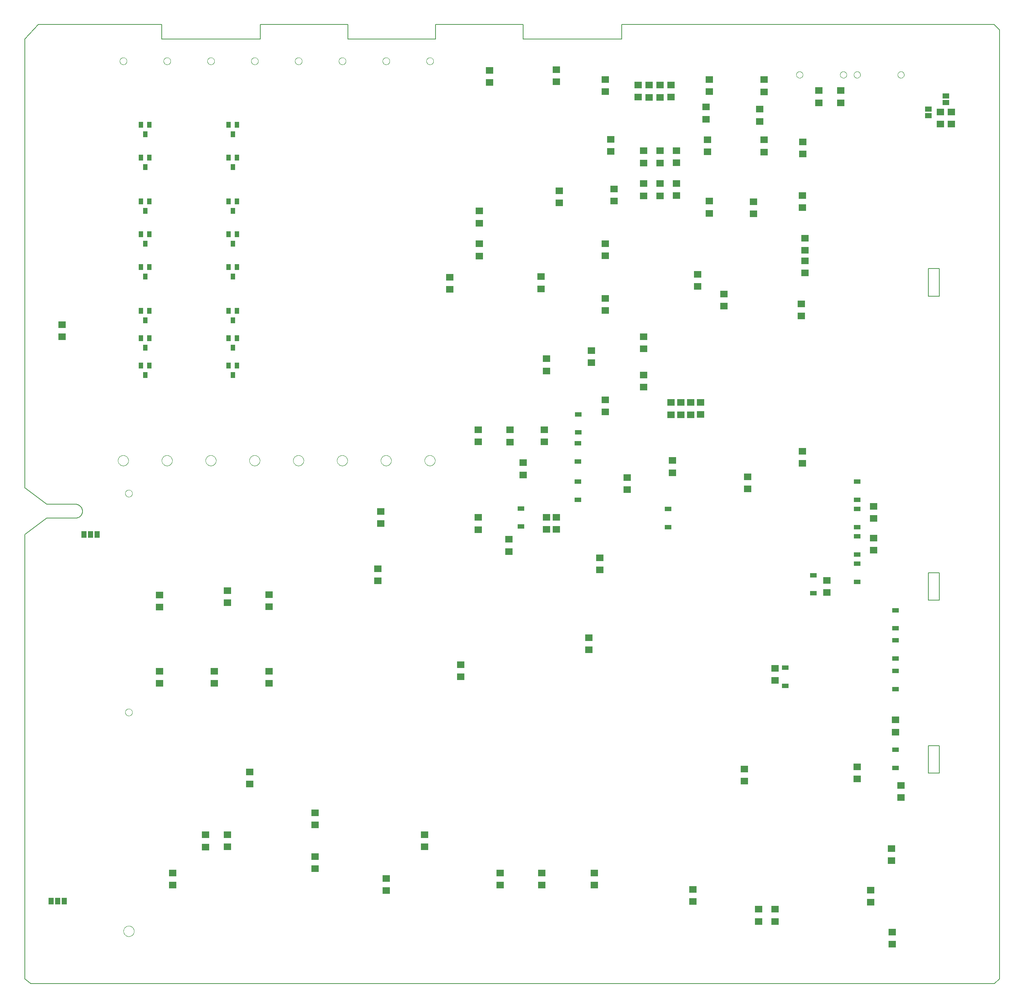
<source format=gbp>
G75*
%MOIN*%
%OFA0B0*%
%FSLAX25Y25*%
%IPPOS*%
%LPD*%
%AMOC8*
5,1,8,0,0,1.08239X$1,22.5*
%
%ADD10C,0.00600*%
%ADD11C,0.00000*%
%ADD12R,0.03937X0.05512*%
%ADD13R,0.07098X0.06299*%
%ADD14R,0.07087X0.06299*%
%ADD15R,0.06299X0.03937*%
%ADD16R,0.06300X0.04600*%
%ADD17R,0.04600X0.06300*%
D10*
X0004700Y0005800D02*
X0010200Y0001300D01*
X0890200Y0001300D01*
X0894700Y0005800D01*
X0894700Y0872800D01*
X0889700Y0877800D01*
X0549700Y0877800D01*
X0549700Y0864300D01*
X0459700Y0864300D01*
X0459700Y0877800D01*
X0379700Y0877800D01*
X0379700Y0864300D01*
X0299700Y0864300D01*
X0299700Y0877800D01*
X0219700Y0877800D01*
X0219700Y0864300D01*
X0129700Y0864300D01*
X0129700Y0877800D01*
X0017200Y0877800D01*
X0004700Y0864300D01*
X0004700Y0454300D01*
X0024700Y0439300D01*
X0051700Y0439300D01*
X0051856Y0439286D01*
X0052012Y0439267D01*
X0052168Y0439245D01*
X0052323Y0439219D01*
X0052477Y0439189D01*
X0052631Y0439155D01*
X0052783Y0439117D01*
X0052935Y0439075D01*
X0053085Y0439030D01*
X0053234Y0438981D01*
X0053382Y0438928D01*
X0053529Y0438871D01*
X0053674Y0438811D01*
X0053817Y0438748D01*
X0053959Y0438680D01*
X0054100Y0438609D01*
X0054238Y0438535D01*
X0054374Y0438457D01*
X0054509Y0438376D01*
X0054641Y0438291D01*
X0054772Y0438203D01*
X0054900Y0438112D01*
X0055025Y0438018D01*
X0055149Y0437921D01*
X0055269Y0437820D01*
X0055388Y0437717D01*
X0055503Y0437610D01*
X0055616Y0437501D01*
X0055726Y0437389D01*
X0055834Y0437274D01*
X0055938Y0437157D01*
X0056039Y0437037D01*
X0056138Y0436914D01*
X0056233Y0436789D01*
X0056325Y0436662D01*
X0056414Y0436532D01*
X0056500Y0436401D01*
X0056582Y0436267D01*
X0056661Y0436131D01*
X0056736Y0435993D01*
X0056808Y0435854D01*
X0056877Y0435712D01*
X0056942Y0435569D01*
X0057003Y0435425D01*
X0057061Y0435278D01*
X0057115Y0435131D01*
X0057165Y0434982D01*
X0057211Y0434832D01*
X0057254Y0434681D01*
X0057293Y0434529D01*
X0057328Y0434375D01*
X0057360Y0434221D01*
X0057387Y0434067D01*
X0057411Y0433911D01*
X0057430Y0433756D01*
X0057446Y0433599D01*
X0057458Y0433443D01*
X0057466Y0433286D01*
X0057470Y0433129D01*
X0057470Y0432971D01*
X0057466Y0432814D01*
X0057458Y0432657D01*
X0057446Y0432501D01*
X0057430Y0432344D01*
X0057411Y0432189D01*
X0057387Y0432033D01*
X0057360Y0431879D01*
X0057328Y0431725D01*
X0057293Y0431571D01*
X0057254Y0431419D01*
X0057211Y0431268D01*
X0057165Y0431118D01*
X0057115Y0430969D01*
X0057061Y0430822D01*
X0057003Y0430675D01*
X0056942Y0430531D01*
X0056877Y0430388D01*
X0056808Y0430246D01*
X0056736Y0430107D01*
X0056661Y0429969D01*
X0056582Y0429833D01*
X0056500Y0429699D01*
X0056414Y0429568D01*
X0056325Y0429438D01*
X0056233Y0429311D01*
X0056138Y0429186D01*
X0056039Y0429063D01*
X0055938Y0428943D01*
X0055834Y0428826D01*
X0055726Y0428711D01*
X0055616Y0428599D01*
X0055503Y0428490D01*
X0055388Y0428383D01*
X0055269Y0428280D01*
X0055149Y0428179D01*
X0055025Y0428082D01*
X0054900Y0427988D01*
X0054772Y0427897D01*
X0054641Y0427809D01*
X0054509Y0427724D01*
X0054374Y0427643D01*
X0054238Y0427565D01*
X0054100Y0427491D01*
X0053959Y0427420D01*
X0053817Y0427352D01*
X0053674Y0427289D01*
X0053529Y0427229D01*
X0053382Y0427172D01*
X0053234Y0427119D01*
X0053085Y0427070D01*
X0052935Y0427025D01*
X0052783Y0426983D01*
X0052631Y0426945D01*
X0052477Y0426911D01*
X0052323Y0426881D01*
X0052168Y0426855D01*
X0052012Y0426833D01*
X0051856Y0426814D01*
X0051700Y0426800D01*
X0024700Y0426800D01*
X0004700Y0411800D01*
X0004700Y0005800D01*
X0829700Y0193800D02*
X0829700Y0218800D01*
X0839700Y0218800D01*
X0839700Y0193800D01*
X0829700Y0193800D01*
X0829700Y0351800D02*
X0829700Y0376800D01*
X0839700Y0376800D01*
X0839700Y0351800D01*
X0829700Y0351800D01*
X0829700Y0629300D02*
X0829700Y0654800D01*
X0839700Y0654800D01*
X0839700Y0629300D01*
X0829700Y0629300D01*
D11*
X0801747Y0831800D02*
X0801749Y0831908D01*
X0801755Y0832017D01*
X0801765Y0832125D01*
X0801779Y0832232D01*
X0801797Y0832339D01*
X0801818Y0832446D01*
X0801844Y0832551D01*
X0801874Y0832656D01*
X0801907Y0832759D01*
X0801944Y0832861D01*
X0801985Y0832961D01*
X0802029Y0833060D01*
X0802078Y0833158D01*
X0802129Y0833253D01*
X0802184Y0833346D01*
X0802243Y0833438D01*
X0802305Y0833527D01*
X0802370Y0833614D01*
X0802438Y0833698D01*
X0802509Y0833780D01*
X0802583Y0833859D01*
X0802660Y0833935D01*
X0802740Y0834009D01*
X0802823Y0834079D01*
X0802908Y0834147D01*
X0802995Y0834211D01*
X0803085Y0834272D01*
X0803177Y0834330D01*
X0803271Y0834384D01*
X0803367Y0834435D01*
X0803464Y0834482D01*
X0803564Y0834526D01*
X0803665Y0834566D01*
X0803767Y0834602D01*
X0803870Y0834634D01*
X0803975Y0834663D01*
X0804081Y0834687D01*
X0804187Y0834708D01*
X0804294Y0834725D01*
X0804402Y0834738D01*
X0804510Y0834747D01*
X0804619Y0834752D01*
X0804727Y0834753D01*
X0804836Y0834750D01*
X0804944Y0834743D01*
X0805052Y0834732D01*
X0805159Y0834717D01*
X0805266Y0834698D01*
X0805372Y0834675D01*
X0805477Y0834649D01*
X0805582Y0834618D01*
X0805684Y0834584D01*
X0805786Y0834546D01*
X0805886Y0834504D01*
X0805985Y0834459D01*
X0806082Y0834410D01*
X0806176Y0834357D01*
X0806269Y0834301D01*
X0806360Y0834242D01*
X0806449Y0834179D01*
X0806535Y0834114D01*
X0806619Y0834045D01*
X0806700Y0833973D01*
X0806778Y0833898D01*
X0806854Y0833820D01*
X0806927Y0833739D01*
X0806997Y0833656D01*
X0807063Y0833571D01*
X0807127Y0833483D01*
X0807187Y0833392D01*
X0807244Y0833300D01*
X0807297Y0833205D01*
X0807347Y0833109D01*
X0807393Y0833011D01*
X0807436Y0832911D01*
X0807475Y0832810D01*
X0807510Y0832707D01*
X0807542Y0832604D01*
X0807569Y0832499D01*
X0807593Y0832393D01*
X0807613Y0832286D01*
X0807629Y0832179D01*
X0807641Y0832071D01*
X0807649Y0831963D01*
X0807653Y0831854D01*
X0807653Y0831746D01*
X0807649Y0831637D01*
X0807641Y0831529D01*
X0807629Y0831421D01*
X0807613Y0831314D01*
X0807593Y0831207D01*
X0807569Y0831101D01*
X0807542Y0830996D01*
X0807510Y0830893D01*
X0807475Y0830790D01*
X0807436Y0830689D01*
X0807393Y0830589D01*
X0807347Y0830491D01*
X0807297Y0830395D01*
X0807244Y0830300D01*
X0807187Y0830208D01*
X0807127Y0830117D01*
X0807063Y0830029D01*
X0806997Y0829944D01*
X0806927Y0829861D01*
X0806854Y0829780D01*
X0806778Y0829702D01*
X0806700Y0829627D01*
X0806619Y0829555D01*
X0806535Y0829486D01*
X0806449Y0829421D01*
X0806360Y0829358D01*
X0806269Y0829299D01*
X0806177Y0829243D01*
X0806082Y0829190D01*
X0805985Y0829141D01*
X0805886Y0829096D01*
X0805786Y0829054D01*
X0805684Y0829016D01*
X0805582Y0828982D01*
X0805477Y0828951D01*
X0805372Y0828925D01*
X0805266Y0828902D01*
X0805159Y0828883D01*
X0805052Y0828868D01*
X0804944Y0828857D01*
X0804836Y0828850D01*
X0804727Y0828847D01*
X0804619Y0828848D01*
X0804510Y0828853D01*
X0804402Y0828862D01*
X0804294Y0828875D01*
X0804187Y0828892D01*
X0804081Y0828913D01*
X0803975Y0828937D01*
X0803870Y0828966D01*
X0803767Y0828998D01*
X0803665Y0829034D01*
X0803564Y0829074D01*
X0803464Y0829118D01*
X0803367Y0829165D01*
X0803271Y0829216D01*
X0803177Y0829270D01*
X0803085Y0829328D01*
X0802995Y0829389D01*
X0802908Y0829453D01*
X0802823Y0829521D01*
X0802740Y0829591D01*
X0802660Y0829665D01*
X0802583Y0829741D01*
X0802509Y0829820D01*
X0802438Y0829902D01*
X0802370Y0829986D01*
X0802305Y0830073D01*
X0802243Y0830162D01*
X0802184Y0830254D01*
X0802129Y0830347D01*
X0802078Y0830442D01*
X0802029Y0830540D01*
X0801985Y0830639D01*
X0801944Y0830739D01*
X0801907Y0830841D01*
X0801874Y0830944D01*
X0801844Y0831049D01*
X0801818Y0831154D01*
X0801797Y0831261D01*
X0801779Y0831368D01*
X0801765Y0831475D01*
X0801755Y0831583D01*
X0801749Y0831692D01*
X0801747Y0831800D01*
X0761747Y0831800D02*
X0761749Y0831908D01*
X0761755Y0832017D01*
X0761765Y0832125D01*
X0761779Y0832232D01*
X0761797Y0832339D01*
X0761818Y0832446D01*
X0761844Y0832551D01*
X0761874Y0832656D01*
X0761907Y0832759D01*
X0761944Y0832861D01*
X0761985Y0832961D01*
X0762029Y0833060D01*
X0762078Y0833158D01*
X0762129Y0833253D01*
X0762184Y0833346D01*
X0762243Y0833438D01*
X0762305Y0833527D01*
X0762370Y0833614D01*
X0762438Y0833698D01*
X0762509Y0833780D01*
X0762583Y0833859D01*
X0762660Y0833935D01*
X0762740Y0834009D01*
X0762823Y0834079D01*
X0762908Y0834147D01*
X0762995Y0834211D01*
X0763085Y0834272D01*
X0763177Y0834330D01*
X0763271Y0834384D01*
X0763367Y0834435D01*
X0763464Y0834482D01*
X0763564Y0834526D01*
X0763665Y0834566D01*
X0763767Y0834602D01*
X0763870Y0834634D01*
X0763975Y0834663D01*
X0764081Y0834687D01*
X0764187Y0834708D01*
X0764294Y0834725D01*
X0764402Y0834738D01*
X0764510Y0834747D01*
X0764619Y0834752D01*
X0764727Y0834753D01*
X0764836Y0834750D01*
X0764944Y0834743D01*
X0765052Y0834732D01*
X0765159Y0834717D01*
X0765266Y0834698D01*
X0765372Y0834675D01*
X0765477Y0834649D01*
X0765582Y0834618D01*
X0765684Y0834584D01*
X0765786Y0834546D01*
X0765886Y0834504D01*
X0765985Y0834459D01*
X0766082Y0834410D01*
X0766176Y0834357D01*
X0766269Y0834301D01*
X0766360Y0834242D01*
X0766449Y0834179D01*
X0766535Y0834114D01*
X0766619Y0834045D01*
X0766700Y0833973D01*
X0766778Y0833898D01*
X0766854Y0833820D01*
X0766927Y0833739D01*
X0766997Y0833656D01*
X0767063Y0833571D01*
X0767127Y0833483D01*
X0767187Y0833392D01*
X0767244Y0833300D01*
X0767297Y0833205D01*
X0767347Y0833109D01*
X0767393Y0833011D01*
X0767436Y0832911D01*
X0767475Y0832810D01*
X0767510Y0832707D01*
X0767542Y0832604D01*
X0767569Y0832499D01*
X0767593Y0832393D01*
X0767613Y0832286D01*
X0767629Y0832179D01*
X0767641Y0832071D01*
X0767649Y0831963D01*
X0767653Y0831854D01*
X0767653Y0831746D01*
X0767649Y0831637D01*
X0767641Y0831529D01*
X0767629Y0831421D01*
X0767613Y0831314D01*
X0767593Y0831207D01*
X0767569Y0831101D01*
X0767542Y0830996D01*
X0767510Y0830893D01*
X0767475Y0830790D01*
X0767436Y0830689D01*
X0767393Y0830589D01*
X0767347Y0830491D01*
X0767297Y0830395D01*
X0767244Y0830300D01*
X0767187Y0830208D01*
X0767127Y0830117D01*
X0767063Y0830029D01*
X0766997Y0829944D01*
X0766927Y0829861D01*
X0766854Y0829780D01*
X0766778Y0829702D01*
X0766700Y0829627D01*
X0766619Y0829555D01*
X0766535Y0829486D01*
X0766449Y0829421D01*
X0766360Y0829358D01*
X0766269Y0829299D01*
X0766177Y0829243D01*
X0766082Y0829190D01*
X0765985Y0829141D01*
X0765886Y0829096D01*
X0765786Y0829054D01*
X0765684Y0829016D01*
X0765582Y0828982D01*
X0765477Y0828951D01*
X0765372Y0828925D01*
X0765266Y0828902D01*
X0765159Y0828883D01*
X0765052Y0828868D01*
X0764944Y0828857D01*
X0764836Y0828850D01*
X0764727Y0828847D01*
X0764619Y0828848D01*
X0764510Y0828853D01*
X0764402Y0828862D01*
X0764294Y0828875D01*
X0764187Y0828892D01*
X0764081Y0828913D01*
X0763975Y0828937D01*
X0763870Y0828966D01*
X0763767Y0828998D01*
X0763665Y0829034D01*
X0763564Y0829074D01*
X0763464Y0829118D01*
X0763367Y0829165D01*
X0763271Y0829216D01*
X0763177Y0829270D01*
X0763085Y0829328D01*
X0762995Y0829389D01*
X0762908Y0829453D01*
X0762823Y0829521D01*
X0762740Y0829591D01*
X0762660Y0829665D01*
X0762583Y0829741D01*
X0762509Y0829820D01*
X0762438Y0829902D01*
X0762370Y0829986D01*
X0762305Y0830073D01*
X0762243Y0830162D01*
X0762184Y0830254D01*
X0762129Y0830347D01*
X0762078Y0830442D01*
X0762029Y0830540D01*
X0761985Y0830639D01*
X0761944Y0830739D01*
X0761907Y0830841D01*
X0761874Y0830944D01*
X0761844Y0831049D01*
X0761818Y0831154D01*
X0761797Y0831261D01*
X0761779Y0831368D01*
X0761765Y0831475D01*
X0761755Y0831583D01*
X0761749Y0831692D01*
X0761747Y0831800D01*
X0749247Y0831800D02*
X0749249Y0831908D01*
X0749255Y0832017D01*
X0749265Y0832125D01*
X0749279Y0832232D01*
X0749297Y0832339D01*
X0749318Y0832446D01*
X0749344Y0832551D01*
X0749374Y0832656D01*
X0749407Y0832759D01*
X0749444Y0832861D01*
X0749485Y0832961D01*
X0749529Y0833060D01*
X0749578Y0833158D01*
X0749629Y0833253D01*
X0749684Y0833346D01*
X0749743Y0833438D01*
X0749805Y0833527D01*
X0749870Y0833614D01*
X0749938Y0833698D01*
X0750009Y0833780D01*
X0750083Y0833859D01*
X0750160Y0833935D01*
X0750240Y0834009D01*
X0750323Y0834079D01*
X0750408Y0834147D01*
X0750495Y0834211D01*
X0750585Y0834272D01*
X0750677Y0834330D01*
X0750771Y0834384D01*
X0750867Y0834435D01*
X0750964Y0834482D01*
X0751064Y0834526D01*
X0751165Y0834566D01*
X0751267Y0834602D01*
X0751370Y0834634D01*
X0751475Y0834663D01*
X0751581Y0834687D01*
X0751687Y0834708D01*
X0751794Y0834725D01*
X0751902Y0834738D01*
X0752010Y0834747D01*
X0752119Y0834752D01*
X0752227Y0834753D01*
X0752336Y0834750D01*
X0752444Y0834743D01*
X0752552Y0834732D01*
X0752659Y0834717D01*
X0752766Y0834698D01*
X0752872Y0834675D01*
X0752977Y0834649D01*
X0753082Y0834618D01*
X0753184Y0834584D01*
X0753286Y0834546D01*
X0753386Y0834504D01*
X0753485Y0834459D01*
X0753582Y0834410D01*
X0753676Y0834357D01*
X0753769Y0834301D01*
X0753860Y0834242D01*
X0753949Y0834179D01*
X0754035Y0834114D01*
X0754119Y0834045D01*
X0754200Y0833973D01*
X0754278Y0833898D01*
X0754354Y0833820D01*
X0754427Y0833739D01*
X0754497Y0833656D01*
X0754563Y0833571D01*
X0754627Y0833483D01*
X0754687Y0833392D01*
X0754744Y0833300D01*
X0754797Y0833205D01*
X0754847Y0833109D01*
X0754893Y0833011D01*
X0754936Y0832911D01*
X0754975Y0832810D01*
X0755010Y0832707D01*
X0755042Y0832604D01*
X0755069Y0832499D01*
X0755093Y0832393D01*
X0755113Y0832286D01*
X0755129Y0832179D01*
X0755141Y0832071D01*
X0755149Y0831963D01*
X0755153Y0831854D01*
X0755153Y0831746D01*
X0755149Y0831637D01*
X0755141Y0831529D01*
X0755129Y0831421D01*
X0755113Y0831314D01*
X0755093Y0831207D01*
X0755069Y0831101D01*
X0755042Y0830996D01*
X0755010Y0830893D01*
X0754975Y0830790D01*
X0754936Y0830689D01*
X0754893Y0830589D01*
X0754847Y0830491D01*
X0754797Y0830395D01*
X0754744Y0830300D01*
X0754687Y0830208D01*
X0754627Y0830117D01*
X0754563Y0830029D01*
X0754497Y0829944D01*
X0754427Y0829861D01*
X0754354Y0829780D01*
X0754278Y0829702D01*
X0754200Y0829627D01*
X0754119Y0829555D01*
X0754035Y0829486D01*
X0753949Y0829421D01*
X0753860Y0829358D01*
X0753769Y0829299D01*
X0753677Y0829243D01*
X0753582Y0829190D01*
X0753485Y0829141D01*
X0753386Y0829096D01*
X0753286Y0829054D01*
X0753184Y0829016D01*
X0753082Y0828982D01*
X0752977Y0828951D01*
X0752872Y0828925D01*
X0752766Y0828902D01*
X0752659Y0828883D01*
X0752552Y0828868D01*
X0752444Y0828857D01*
X0752336Y0828850D01*
X0752227Y0828847D01*
X0752119Y0828848D01*
X0752010Y0828853D01*
X0751902Y0828862D01*
X0751794Y0828875D01*
X0751687Y0828892D01*
X0751581Y0828913D01*
X0751475Y0828937D01*
X0751370Y0828966D01*
X0751267Y0828998D01*
X0751165Y0829034D01*
X0751064Y0829074D01*
X0750964Y0829118D01*
X0750867Y0829165D01*
X0750771Y0829216D01*
X0750677Y0829270D01*
X0750585Y0829328D01*
X0750495Y0829389D01*
X0750408Y0829453D01*
X0750323Y0829521D01*
X0750240Y0829591D01*
X0750160Y0829665D01*
X0750083Y0829741D01*
X0750009Y0829820D01*
X0749938Y0829902D01*
X0749870Y0829986D01*
X0749805Y0830073D01*
X0749743Y0830162D01*
X0749684Y0830254D01*
X0749629Y0830347D01*
X0749578Y0830442D01*
X0749529Y0830540D01*
X0749485Y0830639D01*
X0749444Y0830739D01*
X0749407Y0830841D01*
X0749374Y0830944D01*
X0749344Y0831049D01*
X0749318Y0831154D01*
X0749297Y0831261D01*
X0749279Y0831368D01*
X0749265Y0831475D01*
X0749255Y0831583D01*
X0749249Y0831692D01*
X0749247Y0831800D01*
X0709247Y0831800D02*
X0709249Y0831908D01*
X0709255Y0832017D01*
X0709265Y0832125D01*
X0709279Y0832232D01*
X0709297Y0832339D01*
X0709318Y0832446D01*
X0709344Y0832551D01*
X0709374Y0832656D01*
X0709407Y0832759D01*
X0709444Y0832861D01*
X0709485Y0832961D01*
X0709529Y0833060D01*
X0709578Y0833158D01*
X0709629Y0833253D01*
X0709684Y0833346D01*
X0709743Y0833438D01*
X0709805Y0833527D01*
X0709870Y0833614D01*
X0709938Y0833698D01*
X0710009Y0833780D01*
X0710083Y0833859D01*
X0710160Y0833935D01*
X0710240Y0834009D01*
X0710323Y0834079D01*
X0710408Y0834147D01*
X0710495Y0834211D01*
X0710585Y0834272D01*
X0710677Y0834330D01*
X0710771Y0834384D01*
X0710867Y0834435D01*
X0710964Y0834482D01*
X0711064Y0834526D01*
X0711165Y0834566D01*
X0711267Y0834602D01*
X0711370Y0834634D01*
X0711475Y0834663D01*
X0711581Y0834687D01*
X0711687Y0834708D01*
X0711794Y0834725D01*
X0711902Y0834738D01*
X0712010Y0834747D01*
X0712119Y0834752D01*
X0712227Y0834753D01*
X0712336Y0834750D01*
X0712444Y0834743D01*
X0712552Y0834732D01*
X0712659Y0834717D01*
X0712766Y0834698D01*
X0712872Y0834675D01*
X0712977Y0834649D01*
X0713082Y0834618D01*
X0713184Y0834584D01*
X0713286Y0834546D01*
X0713386Y0834504D01*
X0713485Y0834459D01*
X0713582Y0834410D01*
X0713676Y0834357D01*
X0713769Y0834301D01*
X0713860Y0834242D01*
X0713949Y0834179D01*
X0714035Y0834114D01*
X0714119Y0834045D01*
X0714200Y0833973D01*
X0714278Y0833898D01*
X0714354Y0833820D01*
X0714427Y0833739D01*
X0714497Y0833656D01*
X0714563Y0833571D01*
X0714627Y0833483D01*
X0714687Y0833392D01*
X0714744Y0833300D01*
X0714797Y0833205D01*
X0714847Y0833109D01*
X0714893Y0833011D01*
X0714936Y0832911D01*
X0714975Y0832810D01*
X0715010Y0832707D01*
X0715042Y0832604D01*
X0715069Y0832499D01*
X0715093Y0832393D01*
X0715113Y0832286D01*
X0715129Y0832179D01*
X0715141Y0832071D01*
X0715149Y0831963D01*
X0715153Y0831854D01*
X0715153Y0831746D01*
X0715149Y0831637D01*
X0715141Y0831529D01*
X0715129Y0831421D01*
X0715113Y0831314D01*
X0715093Y0831207D01*
X0715069Y0831101D01*
X0715042Y0830996D01*
X0715010Y0830893D01*
X0714975Y0830790D01*
X0714936Y0830689D01*
X0714893Y0830589D01*
X0714847Y0830491D01*
X0714797Y0830395D01*
X0714744Y0830300D01*
X0714687Y0830208D01*
X0714627Y0830117D01*
X0714563Y0830029D01*
X0714497Y0829944D01*
X0714427Y0829861D01*
X0714354Y0829780D01*
X0714278Y0829702D01*
X0714200Y0829627D01*
X0714119Y0829555D01*
X0714035Y0829486D01*
X0713949Y0829421D01*
X0713860Y0829358D01*
X0713769Y0829299D01*
X0713677Y0829243D01*
X0713582Y0829190D01*
X0713485Y0829141D01*
X0713386Y0829096D01*
X0713286Y0829054D01*
X0713184Y0829016D01*
X0713082Y0828982D01*
X0712977Y0828951D01*
X0712872Y0828925D01*
X0712766Y0828902D01*
X0712659Y0828883D01*
X0712552Y0828868D01*
X0712444Y0828857D01*
X0712336Y0828850D01*
X0712227Y0828847D01*
X0712119Y0828848D01*
X0712010Y0828853D01*
X0711902Y0828862D01*
X0711794Y0828875D01*
X0711687Y0828892D01*
X0711581Y0828913D01*
X0711475Y0828937D01*
X0711370Y0828966D01*
X0711267Y0828998D01*
X0711165Y0829034D01*
X0711064Y0829074D01*
X0710964Y0829118D01*
X0710867Y0829165D01*
X0710771Y0829216D01*
X0710677Y0829270D01*
X0710585Y0829328D01*
X0710495Y0829389D01*
X0710408Y0829453D01*
X0710323Y0829521D01*
X0710240Y0829591D01*
X0710160Y0829665D01*
X0710083Y0829741D01*
X0710009Y0829820D01*
X0709938Y0829902D01*
X0709870Y0829986D01*
X0709805Y0830073D01*
X0709743Y0830162D01*
X0709684Y0830254D01*
X0709629Y0830347D01*
X0709578Y0830442D01*
X0709529Y0830540D01*
X0709485Y0830639D01*
X0709444Y0830739D01*
X0709407Y0830841D01*
X0709374Y0830944D01*
X0709344Y0831049D01*
X0709318Y0831154D01*
X0709297Y0831261D01*
X0709279Y0831368D01*
X0709265Y0831475D01*
X0709255Y0831583D01*
X0709249Y0831692D01*
X0709247Y0831800D01*
X0371500Y0844300D02*
X0371502Y0844413D01*
X0371508Y0844526D01*
X0371518Y0844638D01*
X0371532Y0844750D01*
X0371550Y0844862D01*
X0371572Y0844973D01*
X0371597Y0845083D01*
X0371627Y0845192D01*
X0371660Y0845300D01*
X0371697Y0845406D01*
X0371738Y0845512D01*
X0371783Y0845615D01*
X0371831Y0845717D01*
X0371883Y0845818D01*
X0371938Y0845916D01*
X0371997Y0846013D01*
X0372059Y0846107D01*
X0372124Y0846199D01*
X0372193Y0846289D01*
X0372265Y0846376D01*
X0372340Y0846461D01*
X0372417Y0846543D01*
X0372498Y0846622D01*
X0372581Y0846698D01*
X0372667Y0846771D01*
X0372756Y0846842D01*
X0372847Y0846909D01*
X0372940Y0846972D01*
X0373035Y0847033D01*
X0373133Y0847090D01*
X0373232Y0847143D01*
X0373333Y0847194D01*
X0373436Y0847240D01*
X0373541Y0847283D01*
X0373647Y0847322D01*
X0373754Y0847357D01*
X0373863Y0847389D01*
X0373972Y0847416D01*
X0374083Y0847440D01*
X0374194Y0847460D01*
X0374306Y0847476D01*
X0374418Y0847488D01*
X0374531Y0847496D01*
X0374644Y0847500D01*
X0374756Y0847500D01*
X0374869Y0847496D01*
X0374982Y0847488D01*
X0375094Y0847476D01*
X0375206Y0847460D01*
X0375317Y0847440D01*
X0375428Y0847416D01*
X0375537Y0847389D01*
X0375646Y0847357D01*
X0375753Y0847322D01*
X0375859Y0847283D01*
X0375964Y0847240D01*
X0376067Y0847194D01*
X0376168Y0847143D01*
X0376267Y0847090D01*
X0376365Y0847033D01*
X0376460Y0846972D01*
X0376553Y0846909D01*
X0376644Y0846842D01*
X0376733Y0846771D01*
X0376819Y0846698D01*
X0376902Y0846622D01*
X0376983Y0846543D01*
X0377060Y0846461D01*
X0377135Y0846376D01*
X0377207Y0846289D01*
X0377276Y0846199D01*
X0377341Y0846107D01*
X0377403Y0846013D01*
X0377462Y0845916D01*
X0377517Y0845818D01*
X0377569Y0845717D01*
X0377617Y0845615D01*
X0377662Y0845512D01*
X0377703Y0845406D01*
X0377740Y0845300D01*
X0377773Y0845192D01*
X0377803Y0845083D01*
X0377828Y0844973D01*
X0377850Y0844862D01*
X0377868Y0844750D01*
X0377882Y0844638D01*
X0377892Y0844526D01*
X0377898Y0844413D01*
X0377900Y0844300D01*
X0377898Y0844187D01*
X0377892Y0844074D01*
X0377882Y0843962D01*
X0377868Y0843850D01*
X0377850Y0843738D01*
X0377828Y0843627D01*
X0377803Y0843517D01*
X0377773Y0843408D01*
X0377740Y0843300D01*
X0377703Y0843194D01*
X0377662Y0843088D01*
X0377617Y0842985D01*
X0377569Y0842883D01*
X0377517Y0842782D01*
X0377462Y0842684D01*
X0377403Y0842587D01*
X0377341Y0842493D01*
X0377276Y0842401D01*
X0377207Y0842311D01*
X0377135Y0842224D01*
X0377060Y0842139D01*
X0376983Y0842057D01*
X0376902Y0841978D01*
X0376819Y0841902D01*
X0376733Y0841829D01*
X0376644Y0841758D01*
X0376553Y0841691D01*
X0376460Y0841628D01*
X0376365Y0841567D01*
X0376267Y0841510D01*
X0376168Y0841457D01*
X0376067Y0841406D01*
X0375964Y0841360D01*
X0375859Y0841317D01*
X0375753Y0841278D01*
X0375646Y0841243D01*
X0375537Y0841211D01*
X0375428Y0841184D01*
X0375317Y0841160D01*
X0375206Y0841140D01*
X0375094Y0841124D01*
X0374982Y0841112D01*
X0374869Y0841104D01*
X0374756Y0841100D01*
X0374644Y0841100D01*
X0374531Y0841104D01*
X0374418Y0841112D01*
X0374306Y0841124D01*
X0374194Y0841140D01*
X0374083Y0841160D01*
X0373972Y0841184D01*
X0373863Y0841211D01*
X0373754Y0841243D01*
X0373647Y0841278D01*
X0373541Y0841317D01*
X0373436Y0841360D01*
X0373333Y0841406D01*
X0373232Y0841457D01*
X0373133Y0841510D01*
X0373035Y0841567D01*
X0372940Y0841628D01*
X0372847Y0841691D01*
X0372756Y0841758D01*
X0372667Y0841829D01*
X0372581Y0841902D01*
X0372498Y0841978D01*
X0372417Y0842057D01*
X0372340Y0842139D01*
X0372265Y0842224D01*
X0372193Y0842311D01*
X0372124Y0842401D01*
X0372059Y0842493D01*
X0371997Y0842587D01*
X0371938Y0842684D01*
X0371883Y0842782D01*
X0371831Y0842883D01*
X0371783Y0842985D01*
X0371738Y0843088D01*
X0371697Y0843194D01*
X0371660Y0843300D01*
X0371627Y0843408D01*
X0371597Y0843517D01*
X0371572Y0843627D01*
X0371550Y0843738D01*
X0371532Y0843850D01*
X0371518Y0843962D01*
X0371508Y0844074D01*
X0371502Y0844187D01*
X0371500Y0844300D01*
X0331500Y0844300D02*
X0331502Y0844413D01*
X0331508Y0844526D01*
X0331518Y0844638D01*
X0331532Y0844750D01*
X0331550Y0844862D01*
X0331572Y0844973D01*
X0331597Y0845083D01*
X0331627Y0845192D01*
X0331660Y0845300D01*
X0331697Y0845406D01*
X0331738Y0845512D01*
X0331783Y0845615D01*
X0331831Y0845717D01*
X0331883Y0845818D01*
X0331938Y0845916D01*
X0331997Y0846013D01*
X0332059Y0846107D01*
X0332124Y0846199D01*
X0332193Y0846289D01*
X0332265Y0846376D01*
X0332340Y0846461D01*
X0332417Y0846543D01*
X0332498Y0846622D01*
X0332581Y0846698D01*
X0332667Y0846771D01*
X0332756Y0846842D01*
X0332847Y0846909D01*
X0332940Y0846972D01*
X0333035Y0847033D01*
X0333133Y0847090D01*
X0333232Y0847143D01*
X0333333Y0847194D01*
X0333436Y0847240D01*
X0333541Y0847283D01*
X0333647Y0847322D01*
X0333754Y0847357D01*
X0333863Y0847389D01*
X0333972Y0847416D01*
X0334083Y0847440D01*
X0334194Y0847460D01*
X0334306Y0847476D01*
X0334418Y0847488D01*
X0334531Y0847496D01*
X0334644Y0847500D01*
X0334756Y0847500D01*
X0334869Y0847496D01*
X0334982Y0847488D01*
X0335094Y0847476D01*
X0335206Y0847460D01*
X0335317Y0847440D01*
X0335428Y0847416D01*
X0335537Y0847389D01*
X0335646Y0847357D01*
X0335753Y0847322D01*
X0335859Y0847283D01*
X0335964Y0847240D01*
X0336067Y0847194D01*
X0336168Y0847143D01*
X0336267Y0847090D01*
X0336365Y0847033D01*
X0336460Y0846972D01*
X0336553Y0846909D01*
X0336644Y0846842D01*
X0336733Y0846771D01*
X0336819Y0846698D01*
X0336902Y0846622D01*
X0336983Y0846543D01*
X0337060Y0846461D01*
X0337135Y0846376D01*
X0337207Y0846289D01*
X0337276Y0846199D01*
X0337341Y0846107D01*
X0337403Y0846013D01*
X0337462Y0845916D01*
X0337517Y0845818D01*
X0337569Y0845717D01*
X0337617Y0845615D01*
X0337662Y0845512D01*
X0337703Y0845406D01*
X0337740Y0845300D01*
X0337773Y0845192D01*
X0337803Y0845083D01*
X0337828Y0844973D01*
X0337850Y0844862D01*
X0337868Y0844750D01*
X0337882Y0844638D01*
X0337892Y0844526D01*
X0337898Y0844413D01*
X0337900Y0844300D01*
X0337898Y0844187D01*
X0337892Y0844074D01*
X0337882Y0843962D01*
X0337868Y0843850D01*
X0337850Y0843738D01*
X0337828Y0843627D01*
X0337803Y0843517D01*
X0337773Y0843408D01*
X0337740Y0843300D01*
X0337703Y0843194D01*
X0337662Y0843088D01*
X0337617Y0842985D01*
X0337569Y0842883D01*
X0337517Y0842782D01*
X0337462Y0842684D01*
X0337403Y0842587D01*
X0337341Y0842493D01*
X0337276Y0842401D01*
X0337207Y0842311D01*
X0337135Y0842224D01*
X0337060Y0842139D01*
X0336983Y0842057D01*
X0336902Y0841978D01*
X0336819Y0841902D01*
X0336733Y0841829D01*
X0336644Y0841758D01*
X0336553Y0841691D01*
X0336460Y0841628D01*
X0336365Y0841567D01*
X0336267Y0841510D01*
X0336168Y0841457D01*
X0336067Y0841406D01*
X0335964Y0841360D01*
X0335859Y0841317D01*
X0335753Y0841278D01*
X0335646Y0841243D01*
X0335537Y0841211D01*
X0335428Y0841184D01*
X0335317Y0841160D01*
X0335206Y0841140D01*
X0335094Y0841124D01*
X0334982Y0841112D01*
X0334869Y0841104D01*
X0334756Y0841100D01*
X0334644Y0841100D01*
X0334531Y0841104D01*
X0334418Y0841112D01*
X0334306Y0841124D01*
X0334194Y0841140D01*
X0334083Y0841160D01*
X0333972Y0841184D01*
X0333863Y0841211D01*
X0333754Y0841243D01*
X0333647Y0841278D01*
X0333541Y0841317D01*
X0333436Y0841360D01*
X0333333Y0841406D01*
X0333232Y0841457D01*
X0333133Y0841510D01*
X0333035Y0841567D01*
X0332940Y0841628D01*
X0332847Y0841691D01*
X0332756Y0841758D01*
X0332667Y0841829D01*
X0332581Y0841902D01*
X0332498Y0841978D01*
X0332417Y0842057D01*
X0332340Y0842139D01*
X0332265Y0842224D01*
X0332193Y0842311D01*
X0332124Y0842401D01*
X0332059Y0842493D01*
X0331997Y0842587D01*
X0331938Y0842684D01*
X0331883Y0842782D01*
X0331831Y0842883D01*
X0331783Y0842985D01*
X0331738Y0843088D01*
X0331697Y0843194D01*
X0331660Y0843300D01*
X0331627Y0843408D01*
X0331597Y0843517D01*
X0331572Y0843627D01*
X0331550Y0843738D01*
X0331532Y0843850D01*
X0331518Y0843962D01*
X0331508Y0844074D01*
X0331502Y0844187D01*
X0331500Y0844300D01*
X0291500Y0844300D02*
X0291502Y0844413D01*
X0291508Y0844526D01*
X0291518Y0844638D01*
X0291532Y0844750D01*
X0291550Y0844862D01*
X0291572Y0844973D01*
X0291597Y0845083D01*
X0291627Y0845192D01*
X0291660Y0845300D01*
X0291697Y0845406D01*
X0291738Y0845512D01*
X0291783Y0845615D01*
X0291831Y0845717D01*
X0291883Y0845818D01*
X0291938Y0845916D01*
X0291997Y0846013D01*
X0292059Y0846107D01*
X0292124Y0846199D01*
X0292193Y0846289D01*
X0292265Y0846376D01*
X0292340Y0846461D01*
X0292417Y0846543D01*
X0292498Y0846622D01*
X0292581Y0846698D01*
X0292667Y0846771D01*
X0292756Y0846842D01*
X0292847Y0846909D01*
X0292940Y0846972D01*
X0293035Y0847033D01*
X0293133Y0847090D01*
X0293232Y0847143D01*
X0293333Y0847194D01*
X0293436Y0847240D01*
X0293541Y0847283D01*
X0293647Y0847322D01*
X0293754Y0847357D01*
X0293863Y0847389D01*
X0293972Y0847416D01*
X0294083Y0847440D01*
X0294194Y0847460D01*
X0294306Y0847476D01*
X0294418Y0847488D01*
X0294531Y0847496D01*
X0294644Y0847500D01*
X0294756Y0847500D01*
X0294869Y0847496D01*
X0294982Y0847488D01*
X0295094Y0847476D01*
X0295206Y0847460D01*
X0295317Y0847440D01*
X0295428Y0847416D01*
X0295537Y0847389D01*
X0295646Y0847357D01*
X0295753Y0847322D01*
X0295859Y0847283D01*
X0295964Y0847240D01*
X0296067Y0847194D01*
X0296168Y0847143D01*
X0296267Y0847090D01*
X0296365Y0847033D01*
X0296460Y0846972D01*
X0296553Y0846909D01*
X0296644Y0846842D01*
X0296733Y0846771D01*
X0296819Y0846698D01*
X0296902Y0846622D01*
X0296983Y0846543D01*
X0297060Y0846461D01*
X0297135Y0846376D01*
X0297207Y0846289D01*
X0297276Y0846199D01*
X0297341Y0846107D01*
X0297403Y0846013D01*
X0297462Y0845916D01*
X0297517Y0845818D01*
X0297569Y0845717D01*
X0297617Y0845615D01*
X0297662Y0845512D01*
X0297703Y0845406D01*
X0297740Y0845300D01*
X0297773Y0845192D01*
X0297803Y0845083D01*
X0297828Y0844973D01*
X0297850Y0844862D01*
X0297868Y0844750D01*
X0297882Y0844638D01*
X0297892Y0844526D01*
X0297898Y0844413D01*
X0297900Y0844300D01*
X0297898Y0844187D01*
X0297892Y0844074D01*
X0297882Y0843962D01*
X0297868Y0843850D01*
X0297850Y0843738D01*
X0297828Y0843627D01*
X0297803Y0843517D01*
X0297773Y0843408D01*
X0297740Y0843300D01*
X0297703Y0843194D01*
X0297662Y0843088D01*
X0297617Y0842985D01*
X0297569Y0842883D01*
X0297517Y0842782D01*
X0297462Y0842684D01*
X0297403Y0842587D01*
X0297341Y0842493D01*
X0297276Y0842401D01*
X0297207Y0842311D01*
X0297135Y0842224D01*
X0297060Y0842139D01*
X0296983Y0842057D01*
X0296902Y0841978D01*
X0296819Y0841902D01*
X0296733Y0841829D01*
X0296644Y0841758D01*
X0296553Y0841691D01*
X0296460Y0841628D01*
X0296365Y0841567D01*
X0296267Y0841510D01*
X0296168Y0841457D01*
X0296067Y0841406D01*
X0295964Y0841360D01*
X0295859Y0841317D01*
X0295753Y0841278D01*
X0295646Y0841243D01*
X0295537Y0841211D01*
X0295428Y0841184D01*
X0295317Y0841160D01*
X0295206Y0841140D01*
X0295094Y0841124D01*
X0294982Y0841112D01*
X0294869Y0841104D01*
X0294756Y0841100D01*
X0294644Y0841100D01*
X0294531Y0841104D01*
X0294418Y0841112D01*
X0294306Y0841124D01*
X0294194Y0841140D01*
X0294083Y0841160D01*
X0293972Y0841184D01*
X0293863Y0841211D01*
X0293754Y0841243D01*
X0293647Y0841278D01*
X0293541Y0841317D01*
X0293436Y0841360D01*
X0293333Y0841406D01*
X0293232Y0841457D01*
X0293133Y0841510D01*
X0293035Y0841567D01*
X0292940Y0841628D01*
X0292847Y0841691D01*
X0292756Y0841758D01*
X0292667Y0841829D01*
X0292581Y0841902D01*
X0292498Y0841978D01*
X0292417Y0842057D01*
X0292340Y0842139D01*
X0292265Y0842224D01*
X0292193Y0842311D01*
X0292124Y0842401D01*
X0292059Y0842493D01*
X0291997Y0842587D01*
X0291938Y0842684D01*
X0291883Y0842782D01*
X0291831Y0842883D01*
X0291783Y0842985D01*
X0291738Y0843088D01*
X0291697Y0843194D01*
X0291660Y0843300D01*
X0291627Y0843408D01*
X0291597Y0843517D01*
X0291572Y0843627D01*
X0291550Y0843738D01*
X0291532Y0843850D01*
X0291518Y0843962D01*
X0291508Y0844074D01*
X0291502Y0844187D01*
X0291500Y0844300D01*
X0251500Y0844300D02*
X0251502Y0844413D01*
X0251508Y0844526D01*
X0251518Y0844638D01*
X0251532Y0844750D01*
X0251550Y0844862D01*
X0251572Y0844973D01*
X0251597Y0845083D01*
X0251627Y0845192D01*
X0251660Y0845300D01*
X0251697Y0845406D01*
X0251738Y0845512D01*
X0251783Y0845615D01*
X0251831Y0845717D01*
X0251883Y0845818D01*
X0251938Y0845916D01*
X0251997Y0846013D01*
X0252059Y0846107D01*
X0252124Y0846199D01*
X0252193Y0846289D01*
X0252265Y0846376D01*
X0252340Y0846461D01*
X0252417Y0846543D01*
X0252498Y0846622D01*
X0252581Y0846698D01*
X0252667Y0846771D01*
X0252756Y0846842D01*
X0252847Y0846909D01*
X0252940Y0846972D01*
X0253035Y0847033D01*
X0253133Y0847090D01*
X0253232Y0847143D01*
X0253333Y0847194D01*
X0253436Y0847240D01*
X0253541Y0847283D01*
X0253647Y0847322D01*
X0253754Y0847357D01*
X0253863Y0847389D01*
X0253972Y0847416D01*
X0254083Y0847440D01*
X0254194Y0847460D01*
X0254306Y0847476D01*
X0254418Y0847488D01*
X0254531Y0847496D01*
X0254644Y0847500D01*
X0254756Y0847500D01*
X0254869Y0847496D01*
X0254982Y0847488D01*
X0255094Y0847476D01*
X0255206Y0847460D01*
X0255317Y0847440D01*
X0255428Y0847416D01*
X0255537Y0847389D01*
X0255646Y0847357D01*
X0255753Y0847322D01*
X0255859Y0847283D01*
X0255964Y0847240D01*
X0256067Y0847194D01*
X0256168Y0847143D01*
X0256267Y0847090D01*
X0256365Y0847033D01*
X0256460Y0846972D01*
X0256553Y0846909D01*
X0256644Y0846842D01*
X0256733Y0846771D01*
X0256819Y0846698D01*
X0256902Y0846622D01*
X0256983Y0846543D01*
X0257060Y0846461D01*
X0257135Y0846376D01*
X0257207Y0846289D01*
X0257276Y0846199D01*
X0257341Y0846107D01*
X0257403Y0846013D01*
X0257462Y0845916D01*
X0257517Y0845818D01*
X0257569Y0845717D01*
X0257617Y0845615D01*
X0257662Y0845512D01*
X0257703Y0845406D01*
X0257740Y0845300D01*
X0257773Y0845192D01*
X0257803Y0845083D01*
X0257828Y0844973D01*
X0257850Y0844862D01*
X0257868Y0844750D01*
X0257882Y0844638D01*
X0257892Y0844526D01*
X0257898Y0844413D01*
X0257900Y0844300D01*
X0257898Y0844187D01*
X0257892Y0844074D01*
X0257882Y0843962D01*
X0257868Y0843850D01*
X0257850Y0843738D01*
X0257828Y0843627D01*
X0257803Y0843517D01*
X0257773Y0843408D01*
X0257740Y0843300D01*
X0257703Y0843194D01*
X0257662Y0843088D01*
X0257617Y0842985D01*
X0257569Y0842883D01*
X0257517Y0842782D01*
X0257462Y0842684D01*
X0257403Y0842587D01*
X0257341Y0842493D01*
X0257276Y0842401D01*
X0257207Y0842311D01*
X0257135Y0842224D01*
X0257060Y0842139D01*
X0256983Y0842057D01*
X0256902Y0841978D01*
X0256819Y0841902D01*
X0256733Y0841829D01*
X0256644Y0841758D01*
X0256553Y0841691D01*
X0256460Y0841628D01*
X0256365Y0841567D01*
X0256267Y0841510D01*
X0256168Y0841457D01*
X0256067Y0841406D01*
X0255964Y0841360D01*
X0255859Y0841317D01*
X0255753Y0841278D01*
X0255646Y0841243D01*
X0255537Y0841211D01*
X0255428Y0841184D01*
X0255317Y0841160D01*
X0255206Y0841140D01*
X0255094Y0841124D01*
X0254982Y0841112D01*
X0254869Y0841104D01*
X0254756Y0841100D01*
X0254644Y0841100D01*
X0254531Y0841104D01*
X0254418Y0841112D01*
X0254306Y0841124D01*
X0254194Y0841140D01*
X0254083Y0841160D01*
X0253972Y0841184D01*
X0253863Y0841211D01*
X0253754Y0841243D01*
X0253647Y0841278D01*
X0253541Y0841317D01*
X0253436Y0841360D01*
X0253333Y0841406D01*
X0253232Y0841457D01*
X0253133Y0841510D01*
X0253035Y0841567D01*
X0252940Y0841628D01*
X0252847Y0841691D01*
X0252756Y0841758D01*
X0252667Y0841829D01*
X0252581Y0841902D01*
X0252498Y0841978D01*
X0252417Y0842057D01*
X0252340Y0842139D01*
X0252265Y0842224D01*
X0252193Y0842311D01*
X0252124Y0842401D01*
X0252059Y0842493D01*
X0251997Y0842587D01*
X0251938Y0842684D01*
X0251883Y0842782D01*
X0251831Y0842883D01*
X0251783Y0842985D01*
X0251738Y0843088D01*
X0251697Y0843194D01*
X0251660Y0843300D01*
X0251627Y0843408D01*
X0251597Y0843517D01*
X0251572Y0843627D01*
X0251550Y0843738D01*
X0251532Y0843850D01*
X0251518Y0843962D01*
X0251508Y0844074D01*
X0251502Y0844187D01*
X0251500Y0844300D01*
X0211500Y0844300D02*
X0211502Y0844413D01*
X0211508Y0844526D01*
X0211518Y0844638D01*
X0211532Y0844750D01*
X0211550Y0844862D01*
X0211572Y0844973D01*
X0211597Y0845083D01*
X0211627Y0845192D01*
X0211660Y0845300D01*
X0211697Y0845406D01*
X0211738Y0845512D01*
X0211783Y0845615D01*
X0211831Y0845717D01*
X0211883Y0845818D01*
X0211938Y0845916D01*
X0211997Y0846013D01*
X0212059Y0846107D01*
X0212124Y0846199D01*
X0212193Y0846289D01*
X0212265Y0846376D01*
X0212340Y0846461D01*
X0212417Y0846543D01*
X0212498Y0846622D01*
X0212581Y0846698D01*
X0212667Y0846771D01*
X0212756Y0846842D01*
X0212847Y0846909D01*
X0212940Y0846972D01*
X0213035Y0847033D01*
X0213133Y0847090D01*
X0213232Y0847143D01*
X0213333Y0847194D01*
X0213436Y0847240D01*
X0213541Y0847283D01*
X0213647Y0847322D01*
X0213754Y0847357D01*
X0213863Y0847389D01*
X0213972Y0847416D01*
X0214083Y0847440D01*
X0214194Y0847460D01*
X0214306Y0847476D01*
X0214418Y0847488D01*
X0214531Y0847496D01*
X0214644Y0847500D01*
X0214756Y0847500D01*
X0214869Y0847496D01*
X0214982Y0847488D01*
X0215094Y0847476D01*
X0215206Y0847460D01*
X0215317Y0847440D01*
X0215428Y0847416D01*
X0215537Y0847389D01*
X0215646Y0847357D01*
X0215753Y0847322D01*
X0215859Y0847283D01*
X0215964Y0847240D01*
X0216067Y0847194D01*
X0216168Y0847143D01*
X0216267Y0847090D01*
X0216365Y0847033D01*
X0216460Y0846972D01*
X0216553Y0846909D01*
X0216644Y0846842D01*
X0216733Y0846771D01*
X0216819Y0846698D01*
X0216902Y0846622D01*
X0216983Y0846543D01*
X0217060Y0846461D01*
X0217135Y0846376D01*
X0217207Y0846289D01*
X0217276Y0846199D01*
X0217341Y0846107D01*
X0217403Y0846013D01*
X0217462Y0845916D01*
X0217517Y0845818D01*
X0217569Y0845717D01*
X0217617Y0845615D01*
X0217662Y0845512D01*
X0217703Y0845406D01*
X0217740Y0845300D01*
X0217773Y0845192D01*
X0217803Y0845083D01*
X0217828Y0844973D01*
X0217850Y0844862D01*
X0217868Y0844750D01*
X0217882Y0844638D01*
X0217892Y0844526D01*
X0217898Y0844413D01*
X0217900Y0844300D01*
X0217898Y0844187D01*
X0217892Y0844074D01*
X0217882Y0843962D01*
X0217868Y0843850D01*
X0217850Y0843738D01*
X0217828Y0843627D01*
X0217803Y0843517D01*
X0217773Y0843408D01*
X0217740Y0843300D01*
X0217703Y0843194D01*
X0217662Y0843088D01*
X0217617Y0842985D01*
X0217569Y0842883D01*
X0217517Y0842782D01*
X0217462Y0842684D01*
X0217403Y0842587D01*
X0217341Y0842493D01*
X0217276Y0842401D01*
X0217207Y0842311D01*
X0217135Y0842224D01*
X0217060Y0842139D01*
X0216983Y0842057D01*
X0216902Y0841978D01*
X0216819Y0841902D01*
X0216733Y0841829D01*
X0216644Y0841758D01*
X0216553Y0841691D01*
X0216460Y0841628D01*
X0216365Y0841567D01*
X0216267Y0841510D01*
X0216168Y0841457D01*
X0216067Y0841406D01*
X0215964Y0841360D01*
X0215859Y0841317D01*
X0215753Y0841278D01*
X0215646Y0841243D01*
X0215537Y0841211D01*
X0215428Y0841184D01*
X0215317Y0841160D01*
X0215206Y0841140D01*
X0215094Y0841124D01*
X0214982Y0841112D01*
X0214869Y0841104D01*
X0214756Y0841100D01*
X0214644Y0841100D01*
X0214531Y0841104D01*
X0214418Y0841112D01*
X0214306Y0841124D01*
X0214194Y0841140D01*
X0214083Y0841160D01*
X0213972Y0841184D01*
X0213863Y0841211D01*
X0213754Y0841243D01*
X0213647Y0841278D01*
X0213541Y0841317D01*
X0213436Y0841360D01*
X0213333Y0841406D01*
X0213232Y0841457D01*
X0213133Y0841510D01*
X0213035Y0841567D01*
X0212940Y0841628D01*
X0212847Y0841691D01*
X0212756Y0841758D01*
X0212667Y0841829D01*
X0212581Y0841902D01*
X0212498Y0841978D01*
X0212417Y0842057D01*
X0212340Y0842139D01*
X0212265Y0842224D01*
X0212193Y0842311D01*
X0212124Y0842401D01*
X0212059Y0842493D01*
X0211997Y0842587D01*
X0211938Y0842684D01*
X0211883Y0842782D01*
X0211831Y0842883D01*
X0211783Y0842985D01*
X0211738Y0843088D01*
X0211697Y0843194D01*
X0211660Y0843300D01*
X0211627Y0843408D01*
X0211597Y0843517D01*
X0211572Y0843627D01*
X0211550Y0843738D01*
X0211532Y0843850D01*
X0211518Y0843962D01*
X0211508Y0844074D01*
X0211502Y0844187D01*
X0211500Y0844300D01*
X0171500Y0844300D02*
X0171502Y0844413D01*
X0171508Y0844526D01*
X0171518Y0844638D01*
X0171532Y0844750D01*
X0171550Y0844862D01*
X0171572Y0844973D01*
X0171597Y0845083D01*
X0171627Y0845192D01*
X0171660Y0845300D01*
X0171697Y0845406D01*
X0171738Y0845512D01*
X0171783Y0845615D01*
X0171831Y0845717D01*
X0171883Y0845818D01*
X0171938Y0845916D01*
X0171997Y0846013D01*
X0172059Y0846107D01*
X0172124Y0846199D01*
X0172193Y0846289D01*
X0172265Y0846376D01*
X0172340Y0846461D01*
X0172417Y0846543D01*
X0172498Y0846622D01*
X0172581Y0846698D01*
X0172667Y0846771D01*
X0172756Y0846842D01*
X0172847Y0846909D01*
X0172940Y0846972D01*
X0173035Y0847033D01*
X0173133Y0847090D01*
X0173232Y0847143D01*
X0173333Y0847194D01*
X0173436Y0847240D01*
X0173541Y0847283D01*
X0173647Y0847322D01*
X0173754Y0847357D01*
X0173863Y0847389D01*
X0173972Y0847416D01*
X0174083Y0847440D01*
X0174194Y0847460D01*
X0174306Y0847476D01*
X0174418Y0847488D01*
X0174531Y0847496D01*
X0174644Y0847500D01*
X0174756Y0847500D01*
X0174869Y0847496D01*
X0174982Y0847488D01*
X0175094Y0847476D01*
X0175206Y0847460D01*
X0175317Y0847440D01*
X0175428Y0847416D01*
X0175537Y0847389D01*
X0175646Y0847357D01*
X0175753Y0847322D01*
X0175859Y0847283D01*
X0175964Y0847240D01*
X0176067Y0847194D01*
X0176168Y0847143D01*
X0176267Y0847090D01*
X0176365Y0847033D01*
X0176460Y0846972D01*
X0176553Y0846909D01*
X0176644Y0846842D01*
X0176733Y0846771D01*
X0176819Y0846698D01*
X0176902Y0846622D01*
X0176983Y0846543D01*
X0177060Y0846461D01*
X0177135Y0846376D01*
X0177207Y0846289D01*
X0177276Y0846199D01*
X0177341Y0846107D01*
X0177403Y0846013D01*
X0177462Y0845916D01*
X0177517Y0845818D01*
X0177569Y0845717D01*
X0177617Y0845615D01*
X0177662Y0845512D01*
X0177703Y0845406D01*
X0177740Y0845300D01*
X0177773Y0845192D01*
X0177803Y0845083D01*
X0177828Y0844973D01*
X0177850Y0844862D01*
X0177868Y0844750D01*
X0177882Y0844638D01*
X0177892Y0844526D01*
X0177898Y0844413D01*
X0177900Y0844300D01*
X0177898Y0844187D01*
X0177892Y0844074D01*
X0177882Y0843962D01*
X0177868Y0843850D01*
X0177850Y0843738D01*
X0177828Y0843627D01*
X0177803Y0843517D01*
X0177773Y0843408D01*
X0177740Y0843300D01*
X0177703Y0843194D01*
X0177662Y0843088D01*
X0177617Y0842985D01*
X0177569Y0842883D01*
X0177517Y0842782D01*
X0177462Y0842684D01*
X0177403Y0842587D01*
X0177341Y0842493D01*
X0177276Y0842401D01*
X0177207Y0842311D01*
X0177135Y0842224D01*
X0177060Y0842139D01*
X0176983Y0842057D01*
X0176902Y0841978D01*
X0176819Y0841902D01*
X0176733Y0841829D01*
X0176644Y0841758D01*
X0176553Y0841691D01*
X0176460Y0841628D01*
X0176365Y0841567D01*
X0176267Y0841510D01*
X0176168Y0841457D01*
X0176067Y0841406D01*
X0175964Y0841360D01*
X0175859Y0841317D01*
X0175753Y0841278D01*
X0175646Y0841243D01*
X0175537Y0841211D01*
X0175428Y0841184D01*
X0175317Y0841160D01*
X0175206Y0841140D01*
X0175094Y0841124D01*
X0174982Y0841112D01*
X0174869Y0841104D01*
X0174756Y0841100D01*
X0174644Y0841100D01*
X0174531Y0841104D01*
X0174418Y0841112D01*
X0174306Y0841124D01*
X0174194Y0841140D01*
X0174083Y0841160D01*
X0173972Y0841184D01*
X0173863Y0841211D01*
X0173754Y0841243D01*
X0173647Y0841278D01*
X0173541Y0841317D01*
X0173436Y0841360D01*
X0173333Y0841406D01*
X0173232Y0841457D01*
X0173133Y0841510D01*
X0173035Y0841567D01*
X0172940Y0841628D01*
X0172847Y0841691D01*
X0172756Y0841758D01*
X0172667Y0841829D01*
X0172581Y0841902D01*
X0172498Y0841978D01*
X0172417Y0842057D01*
X0172340Y0842139D01*
X0172265Y0842224D01*
X0172193Y0842311D01*
X0172124Y0842401D01*
X0172059Y0842493D01*
X0171997Y0842587D01*
X0171938Y0842684D01*
X0171883Y0842782D01*
X0171831Y0842883D01*
X0171783Y0842985D01*
X0171738Y0843088D01*
X0171697Y0843194D01*
X0171660Y0843300D01*
X0171627Y0843408D01*
X0171597Y0843517D01*
X0171572Y0843627D01*
X0171550Y0843738D01*
X0171532Y0843850D01*
X0171518Y0843962D01*
X0171508Y0844074D01*
X0171502Y0844187D01*
X0171500Y0844300D01*
X0131500Y0844300D02*
X0131502Y0844413D01*
X0131508Y0844526D01*
X0131518Y0844638D01*
X0131532Y0844750D01*
X0131550Y0844862D01*
X0131572Y0844973D01*
X0131597Y0845083D01*
X0131627Y0845192D01*
X0131660Y0845300D01*
X0131697Y0845406D01*
X0131738Y0845512D01*
X0131783Y0845615D01*
X0131831Y0845717D01*
X0131883Y0845818D01*
X0131938Y0845916D01*
X0131997Y0846013D01*
X0132059Y0846107D01*
X0132124Y0846199D01*
X0132193Y0846289D01*
X0132265Y0846376D01*
X0132340Y0846461D01*
X0132417Y0846543D01*
X0132498Y0846622D01*
X0132581Y0846698D01*
X0132667Y0846771D01*
X0132756Y0846842D01*
X0132847Y0846909D01*
X0132940Y0846972D01*
X0133035Y0847033D01*
X0133133Y0847090D01*
X0133232Y0847143D01*
X0133333Y0847194D01*
X0133436Y0847240D01*
X0133541Y0847283D01*
X0133647Y0847322D01*
X0133754Y0847357D01*
X0133863Y0847389D01*
X0133972Y0847416D01*
X0134083Y0847440D01*
X0134194Y0847460D01*
X0134306Y0847476D01*
X0134418Y0847488D01*
X0134531Y0847496D01*
X0134644Y0847500D01*
X0134756Y0847500D01*
X0134869Y0847496D01*
X0134982Y0847488D01*
X0135094Y0847476D01*
X0135206Y0847460D01*
X0135317Y0847440D01*
X0135428Y0847416D01*
X0135537Y0847389D01*
X0135646Y0847357D01*
X0135753Y0847322D01*
X0135859Y0847283D01*
X0135964Y0847240D01*
X0136067Y0847194D01*
X0136168Y0847143D01*
X0136267Y0847090D01*
X0136365Y0847033D01*
X0136460Y0846972D01*
X0136553Y0846909D01*
X0136644Y0846842D01*
X0136733Y0846771D01*
X0136819Y0846698D01*
X0136902Y0846622D01*
X0136983Y0846543D01*
X0137060Y0846461D01*
X0137135Y0846376D01*
X0137207Y0846289D01*
X0137276Y0846199D01*
X0137341Y0846107D01*
X0137403Y0846013D01*
X0137462Y0845916D01*
X0137517Y0845818D01*
X0137569Y0845717D01*
X0137617Y0845615D01*
X0137662Y0845512D01*
X0137703Y0845406D01*
X0137740Y0845300D01*
X0137773Y0845192D01*
X0137803Y0845083D01*
X0137828Y0844973D01*
X0137850Y0844862D01*
X0137868Y0844750D01*
X0137882Y0844638D01*
X0137892Y0844526D01*
X0137898Y0844413D01*
X0137900Y0844300D01*
X0137898Y0844187D01*
X0137892Y0844074D01*
X0137882Y0843962D01*
X0137868Y0843850D01*
X0137850Y0843738D01*
X0137828Y0843627D01*
X0137803Y0843517D01*
X0137773Y0843408D01*
X0137740Y0843300D01*
X0137703Y0843194D01*
X0137662Y0843088D01*
X0137617Y0842985D01*
X0137569Y0842883D01*
X0137517Y0842782D01*
X0137462Y0842684D01*
X0137403Y0842587D01*
X0137341Y0842493D01*
X0137276Y0842401D01*
X0137207Y0842311D01*
X0137135Y0842224D01*
X0137060Y0842139D01*
X0136983Y0842057D01*
X0136902Y0841978D01*
X0136819Y0841902D01*
X0136733Y0841829D01*
X0136644Y0841758D01*
X0136553Y0841691D01*
X0136460Y0841628D01*
X0136365Y0841567D01*
X0136267Y0841510D01*
X0136168Y0841457D01*
X0136067Y0841406D01*
X0135964Y0841360D01*
X0135859Y0841317D01*
X0135753Y0841278D01*
X0135646Y0841243D01*
X0135537Y0841211D01*
X0135428Y0841184D01*
X0135317Y0841160D01*
X0135206Y0841140D01*
X0135094Y0841124D01*
X0134982Y0841112D01*
X0134869Y0841104D01*
X0134756Y0841100D01*
X0134644Y0841100D01*
X0134531Y0841104D01*
X0134418Y0841112D01*
X0134306Y0841124D01*
X0134194Y0841140D01*
X0134083Y0841160D01*
X0133972Y0841184D01*
X0133863Y0841211D01*
X0133754Y0841243D01*
X0133647Y0841278D01*
X0133541Y0841317D01*
X0133436Y0841360D01*
X0133333Y0841406D01*
X0133232Y0841457D01*
X0133133Y0841510D01*
X0133035Y0841567D01*
X0132940Y0841628D01*
X0132847Y0841691D01*
X0132756Y0841758D01*
X0132667Y0841829D01*
X0132581Y0841902D01*
X0132498Y0841978D01*
X0132417Y0842057D01*
X0132340Y0842139D01*
X0132265Y0842224D01*
X0132193Y0842311D01*
X0132124Y0842401D01*
X0132059Y0842493D01*
X0131997Y0842587D01*
X0131938Y0842684D01*
X0131883Y0842782D01*
X0131831Y0842883D01*
X0131783Y0842985D01*
X0131738Y0843088D01*
X0131697Y0843194D01*
X0131660Y0843300D01*
X0131627Y0843408D01*
X0131597Y0843517D01*
X0131572Y0843627D01*
X0131550Y0843738D01*
X0131532Y0843850D01*
X0131518Y0843962D01*
X0131508Y0844074D01*
X0131502Y0844187D01*
X0131500Y0844300D01*
X0091500Y0844300D02*
X0091502Y0844413D01*
X0091508Y0844526D01*
X0091518Y0844638D01*
X0091532Y0844750D01*
X0091550Y0844862D01*
X0091572Y0844973D01*
X0091597Y0845083D01*
X0091627Y0845192D01*
X0091660Y0845300D01*
X0091697Y0845406D01*
X0091738Y0845512D01*
X0091783Y0845615D01*
X0091831Y0845717D01*
X0091883Y0845818D01*
X0091938Y0845916D01*
X0091997Y0846013D01*
X0092059Y0846107D01*
X0092124Y0846199D01*
X0092193Y0846289D01*
X0092265Y0846376D01*
X0092340Y0846461D01*
X0092417Y0846543D01*
X0092498Y0846622D01*
X0092581Y0846698D01*
X0092667Y0846771D01*
X0092756Y0846842D01*
X0092847Y0846909D01*
X0092940Y0846972D01*
X0093035Y0847033D01*
X0093133Y0847090D01*
X0093232Y0847143D01*
X0093333Y0847194D01*
X0093436Y0847240D01*
X0093541Y0847283D01*
X0093647Y0847322D01*
X0093754Y0847357D01*
X0093863Y0847389D01*
X0093972Y0847416D01*
X0094083Y0847440D01*
X0094194Y0847460D01*
X0094306Y0847476D01*
X0094418Y0847488D01*
X0094531Y0847496D01*
X0094644Y0847500D01*
X0094756Y0847500D01*
X0094869Y0847496D01*
X0094982Y0847488D01*
X0095094Y0847476D01*
X0095206Y0847460D01*
X0095317Y0847440D01*
X0095428Y0847416D01*
X0095537Y0847389D01*
X0095646Y0847357D01*
X0095753Y0847322D01*
X0095859Y0847283D01*
X0095964Y0847240D01*
X0096067Y0847194D01*
X0096168Y0847143D01*
X0096267Y0847090D01*
X0096365Y0847033D01*
X0096460Y0846972D01*
X0096553Y0846909D01*
X0096644Y0846842D01*
X0096733Y0846771D01*
X0096819Y0846698D01*
X0096902Y0846622D01*
X0096983Y0846543D01*
X0097060Y0846461D01*
X0097135Y0846376D01*
X0097207Y0846289D01*
X0097276Y0846199D01*
X0097341Y0846107D01*
X0097403Y0846013D01*
X0097462Y0845916D01*
X0097517Y0845818D01*
X0097569Y0845717D01*
X0097617Y0845615D01*
X0097662Y0845512D01*
X0097703Y0845406D01*
X0097740Y0845300D01*
X0097773Y0845192D01*
X0097803Y0845083D01*
X0097828Y0844973D01*
X0097850Y0844862D01*
X0097868Y0844750D01*
X0097882Y0844638D01*
X0097892Y0844526D01*
X0097898Y0844413D01*
X0097900Y0844300D01*
X0097898Y0844187D01*
X0097892Y0844074D01*
X0097882Y0843962D01*
X0097868Y0843850D01*
X0097850Y0843738D01*
X0097828Y0843627D01*
X0097803Y0843517D01*
X0097773Y0843408D01*
X0097740Y0843300D01*
X0097703Y0843194D01*
X0097662Y0843088D01*
X0097617Y0842985D01*
X0097569Y0842883D01*
X0097517Y0842782D01*
X0097462Y0842684D01*
X0097403Y0842587D01*
X0097341Y0842493D01*
X0097276Y0842401D01*
X0097207Y0842311D01*
X0097135Y0842224D01*
X0097060Y0842139D01*
X0096983Y0842057D01*
X0096902Y0841978D01*
X0096819Y0841902D01*
X0096733Y0841829D01*
X0096644Y0841758D01*
X0096553Y0841691D01*
X0096460Y0841628D01*
X0096365Y0841567D01*
X0096267Y0841510D01*
X0096168Y0841457D01*
X0096067Y0841406D01*
X0095964Y0841360D01*
X0095859Y0841317D01*
X0095753Y0841278D01*
X0095646Y0841243D01*
X0095537Y0841211D01*
X0095428Y0841184D01*
X0095317Y0841160D01*
X0095206Y0841140D01*
X0095094Y0841124D01*
X0094982Y0841112D01*
X0094869Y0841104D01*
X0094756Y0841100D01*
X0094644Y0841100D01*
X0094531Y0841104D01*
X0094418Y0841112D01*
X0094306Y0841124D01*
X0094194Y0841140D01*
X0094083Y0841160D01*
X0093972Y0841184D01*
X0093863Y0841211D01*
X0093754Y0841243D01*
X0093647Y0841278D01*
X0093541Y0841317D01*
X0093436Y0841360D01*
X0093333Y0841406D01*
X0093232Y0841457D01*
X0093133Y0841510D01*
X0093035Y0841567D01*
X0092940Y0841628D01*
X0092847Y0841691D01*
X0092756Y0841758D01*
X0092667Y0841829D01*
X0092581Y0841902D01*
X0092498Y0841978D01*
X0092417Y0842057D01*
X0092340Y0842139D01*
X0092265Y0842224D01*
X0092193Y0842311D01*
X0092124Y0842401D01*
X0092059Y0842493D01*
X0091997Y0842587D01*
X0091938Y0842684D01*
X0091883Y0842782D01*
X0091831Y0842883D01*
X0091783Y0842985D01*
X0091738Y0843088D01*
X0091697Y0843194D01*
X0091660Y0843300D01*
X0091627Y0843408D01*
X0091597Y0843517D01*
X0091572Y0843627D01*
X0091550Y0843738D01*
X0091532Y0843850D01*
X0091518Y0843962D01*
X0091508Y0844074D01*
X0091502Y0844187D01*
X0091500Y0844300D01*
X0089850Y0479300D02*
X0089852Y0479438D01*
X0089858Y0479575D01*
X0089868Y0479712D01*
X0089882Y0479849D01*
X0089900Y0479985D01*
X0089922Y0480121D01*
X0089947Y0480256D01*
X0089977Y0480390D01*
X0090010Y0480524D01*
X0090048Y0480656D01*
X0090089Y0480787D01*
X0090134Y0480917D01*
X0090183Y0481046D01*
X0090235Y0481173D01*
X0090291Y0481299D01*
X0090351Y0481423D01*
X0090414Y0481545D01*
X0090481Y0481665D01*
X0090551Y0481783D01*
X0090624Y0481900D01*
X0090701Y0482014D01*
X0090782Y0482125D01*
X0090865Y0482235D01*
X0090951Y0482342D01*
X0091041Y0482446D01*
X0091134Y0482548D01*
X0091229Y0482647D01*
X0091327Y0482743D01*
X0091428Y0482836D01*
X0091532Y0482926D01*
X0091638Y0483014D01*
X0091747Y0483098D01*
X0091858Y0483179D01*
X0091972Y0483257D01*
X0092087Y0483331D01*
X0092205Y0483402D01*
X0092325Y0483470D01*
X0092447Y0483534D01*
X0092570Y0483594D01*
X0092695Y0483651D01*
X0092822Y0483705D01*
X0092950Y0483754D01*
X0093080Y0483800D01*
X0093211Y0483842D01*
X0093343Y0483881D01*
X0093476Y0483915D01*
X0093610Y0483946D01*
X0093745Y0483972D01*
X0093881Y0483995D01*
X0094017Y0484014D01*
X0094154Y0484029D01*
X0094291Y0484040D01*
X0094428Y0484047D01*
X0094566Y0484050D01*
X0094703Y0484049D01*
X0094841Y0484044D01*
X0094978Y0484035D01*
X0095115Y0484022D01*
X0095251Y0484005D01*
X0095387Y0483984D01*
X0095522Y0483960D01*
X0095657Y0483931D01*
X0095791Y0483898D01*
X0095923Y0483862D01*
X0096055Y0483822D01*
X0096185Y0483778D01*
X0096314Y0483730D01*
X0096442Y0483678D01*
X0096568Y0483623D01*
X0096692Y0483565D01*
X0096814Y0483502D01*
X0096935Y0483436D01*
X0097054Y0483367D01*
X0097171Y0483294D01*
X0097285Y0483218D01*
X0097398Y0483139D01*
X0097508Y0483056D01*
X0097615Y0482970D01*
X0097720Y0482882D01*
X0097822Y0482790D01*
X0097922Y0482695D01*
X0098019Y0482597D01*
X0098113Y0482497D01*
X0098204Y0482394D01*
X0098292Y0482288D01*
X0098377Y0482180D01*
X0098459Y0482070D01*
X0098538Y0481957D01*
X0098613Y0481842D01*
X0098685Y0481724D01*
X0098753Y0481605D01*
X0098818Y0481484D01*
X0098880Y0481361D01*
X0098937Y0481236D01*
X0098992Y0481110D01*
X0099042Y0480982D01*
X0099089Y0480853D01*
X0099132Y0480722D01*
X0099171Y0480590D01*
X0099207Y0480457D01*
X0099238Y0480323D01*
X0099266Y0480189D01*
X0099290Y0480053D01*
X0099310Y0479917D01*
X0099326Y0479781D01*
X0099338Y0479644D01*
X0099346Y0479506D01*
X0099350Y0479369D01*
X0099350Y0479231D01*
X0099346Y0479094D01*
X0099338Y0478956D01*
X0099326Y0478819D01*
X0099310Y0478683D01*
X0099290Y0478547D01*
X0099266Y0478411D01*
X0099238Y0478277D01*
X0099207Y0478143D01*
X0099171Y0478010D01*
X0099132Y0477878D01*
X0099089Y0477747D01*
X0099042Y0477618D01*
X0098992Y0477490D01*
X0098937Y0477364D01*
X0098880Y0477239D01*
X0098818Y0477116D01*
X0098753Y0476995D01*
X0098685Y0476876D01*
X0098613Y0476758D01*
X0098538Y0476643D01*
X0098459Y0476530D01*
X0098377Y0476420D01*
X0098292Y0476312D01*
X0098204Y0476206D01*
X0098113Y0476103D01*
X0098019Y0476003D01*
X0097922Y0475905D01*
X0097822Y0475810D01*
X0097720Y0475718D01*
X0097615Y0475630D01*
X0097508Y0475544D01*
X0097398Y0475461D01*
X0097285Y0475382D01*
X0097171Y0475306D01*
X0097054Y0475233D01*
X0096935Y0475164D01*
X0096814Y0475098D01*
X0096692Y0475035D01*
X0096568Y0474977D01*
X0096442Y0474922D01*
X0096314Y0474870D01*
X0096185Y0474822D01*
X0096055Y0474778D01*
X0095923Y0474738D01*
X0095791Y0474702D01*
X0095657Y0474669D01*
X0095522Y0474640D01*
X0095387Y0474616D01*
X0095251Y0474595D01*
X0095115Y0474578D01*
X0094978Y0474565D01*
X0094841Y0474556D01*
X0094703Y0474551D01*
X0094566Y0474550D01*
X0094428Y0474553D01*
X0094291Y0474560D01*
X0094154Y0474571D01*
X0094017Y0474586D01*
X0093881Y0474605D01*
X0093745Y0474628D01*
X0093610Y0474654D01*
X0093476Y0474685D01*
X0093343Y0474719D01*
X0093211Y0474758D01*
X0093080Y0474800D01*
X0092950Y0474846D01*
X0092822Y0474895D01*
X0092695Y0474949D01*
X0092570Y0475006D01*
X0092447Y0475066D01*
X0092325Y0475130D01*
X0092205Y0475198D01*
X0092087Y0475269D01*
X0091972Y0475343D01*
X0091858Y0475421D01*
X0091747Y0475502D01*
X0091638Y0475586D01*
X0091532Y0475674D01*
X0091428Y0475764D01*
X0091327Y0475857D01*
X0091229Y0475953D01*
X0091134Y0476052D01*
X0091041Y0476154D01*
X0090951Y0476258D01*
X0090865Y0476365D01*
X0090782Y0476475D01*
X0090701Y0476586D01*
X0090624Y0476700D01*
X0090551Y0476817D01*
X0090481Y0476935D01*
X0090414Y0477055D01*
X0090351Y0477177D01*
X0090291Y0477301D01*
X0090235Y0477427D01*
X0090183Y0477554D01*
X0090134Y0477683D01*
X0090089Y0477813D01*
X0090048Y0477944D01*
X0090010Y0478076D01*
X0089977Y0478210D01*
X0089947Y0478344D01*
X0089922Y0478479D01*
X0089900Y0478615D01*
X0089882Y0478751D01*
X0089868Y0478888D01*
X0089858Y0479025D01*
X0089852Y0479162D01*
X0089850Y0479300D01*
X0096500Y0449300D02*
X0096502Y0449413D01*
X0096508Y0449526D01*
X0096518Y0449638D01*
X0096532Y0449750D01*
X0096550Y0449862D01*
X0096572Y0449973D01*
X0096597Y0450083D01*
X0096627Y0450192D01*
X0096660Y0450300D01*
X0096697Y0450406D01*
X0096738Y0450512D01*
X0096783Y0450615D01*
X0096831Y0450717D01*
X0096883Y0450818D01*
X0096938Y0450916D01*
X0096997Y0451013D01*
X0097059Y0451107D01*
X0097124Y0451199D01*
X0097193Y0451289D01*
X0097265Y0451376D01*
X0097340Y0451461D01*
X0097417Y0451543D01*
X0097498Y0451622D01*
X0097581Y0451698D01*
X0097667Y0451771D01*
X0097756Y0451842D01*
X0097847Y0451909D01*
X0097940Y0451972D01*
X0098035Y0452033D01*
X0098133Y0452090D01*
X0098232Y0452143D01*
X0098333Y0452194D01*
X0098436Y0452240D01*
X0098541Y0452283D01*
X0098647Y0452322D01*
X0098754Y0452357D01*
X0098863Y0452389D01*
X0098972Y0452416D01*
X0099083Y0452440D01*
X0099194Y0452460D01*
X0099306Y0452476D01*
X0099418Y0452488D01*
X0099531Y0452496D01*
X0099644Y0452500D01*
X0099756Y0452500D01*
X0099869Y0452496D01*
X0099982Y0452488D01*
X0100094Y0452476D01*
X0100206Y0452460D01*
X0100317Y0452440D01*
X0100428Y0452416D01*
X0100537Y0452389D01*
X0100646Y0452357D01*
X0100753Y0452322D01*
X0100859Y0452283D01*
X0100964Y0452240D01*
X0101067Y0452194D01*
X0101168Y0452143D01*
X0101267Y0452090D01*
X0101365Y0452033D01*
X0101460Y0451972D01*
X0101553Y0451909D01*
X0101644Y0451842D01*
X0101733Y0451771D01*
X0101819Y0451698D01*
X0101902Y0451622D01*
X0101983Y0451543D01*
X0102060Y0451461D01*
X0102135Y0451376D01*
X0102207Y0451289D01*
X0102276Y0451199D01*
X0102341Y0451107D01*
X0102403Y0451013D01*
X0102462Y0450916D01*
X0102517Y0450818D01*
X0102569Y0450717D01*
X0102617Y0450615D01*
X0102662Y0450512D01*
X0102703Y0450406D01*
X0102740Y0450300D01*
X0102773Y0450192D01*
X0102803Y0450083D01*
X0102828Y0449973D01*
X0102850Y0449862D01*
X0102868Y0449750D01*
X0102882Y0449638D01*
X0102892Y0449526D01*
X0102898Y0449413D01*
X0102900Y0449300D01*
X0102898Y0449187D01*
X0102892Y0449074D01*
X0102882Y0448962D01*
X0102868Y0448850D01*
X0102850Y0448738D01*
X0102828Y0448627D01*
X0102803Y0448517D01*
X0102773Y0448408D01*
X0102740Y0448300D01*
X0102703Y0448194D01*
X0102662Y0448088D01*
X0102617Y0447985D01*
X0102569Y0447883D01*
X0102517Y0447782D01*
X0102462Y0447684D01*
X0102403Y0447587D01*
X0102341Y0447493D01*
X0102276Y0447401D01*
X0102207Y0447311D01*
X0102135Y0447224D01*
X0102060Y0447139D01*
X0101983Y0447057D01*
X0101902Y0446978D01*
X0101819Y0446902D01*
X0101733Y0446829D01*
X0101644Y0446758D01*
X0101553Y0446691D01*
X0101460Y0446628D01*
X0101365Y0446567D01*
X0101267Y0446510D01*
X0101168Y0446457D01*
X0101067Y0446406D01*
X0100964Y0446360D01*
X0100859Y0446317D01*
X0100753Y0446278D01*
X0100646Y0446243D01*
X0100537Y0446211D01*
X0100428Y0446184D01*
X0100317Y0446160D01*
X0100206Y0446140D01*
X0100094Y0446124D01*
X0099982Y0446112D01*
X0099869Y0446104D01*
X0099756Y0446100D01*
X0099644Y0446100D01*
X0099531Y0446104D01*
X0099418Y0446112D01*
X0099306Y0446124D01*
X0099194Y0446140D01*
X0099083Y0446160D01*
X0098972Y0446184D01*
X0098863Y0446211D01*
X0098754Y0446243D01*
X0098647Y0446278D01*
X0098541Y0446317D01*
X0098436Y0446360D01*
X0098333Y0446406D01*
X0098232Y0446457D01*
X0098133Y0446510D01*
X0098035Y0446567D01*
X0097940Y0446628D01*
X0097847Y0446691D01*
X0097756Y0446758D01*
X0097667Y0446829D01*
X0097581Y0446902D01*
X0097498Y0446978D01*
X0097417Y0447057D01*
X0097340Y0447139D01*
X0097265Y0447224D01*
X0097193Y0447311D01*
X0097124Y0447401D01*
X0097059Y0447493D01*
X0096997Y0447587D01*
X0096938Y0447684D01*
X0096883Y0447782D01*
X0096831Y0447883D01*
X0096783Y0447985D01*
X0096738Y0448088D01*
X0096697Y0448194D01*
X0096660Y0448300D01*
X0096627Y0448408D01*
X0096597Y0448517D01*
X0096572Y0448627D01*
X0096550Y0448738D01*
X0096532Y0448850D01*
X0096518Y0448962D01*
X0096508Y0449074D01*
X0096502Y0449187D01*
X0096500Y0449300D01*
X0129850Y0479300D02*
X0129852Y0479438D01*
X0129858Y0479575D01*
X0129868Y0479712D01*
X0129882Y0479849D01*
X0129900Y0479985D01*
X0129922Y0480121D01*
X0129947Y0480256D01*
X0129977Y0480390D01*
X0130010Y0480524D01*
X0130048Y0480656D01*
X0130089Y0480787D01*
X0130134Y0480917D01*
X0130183Y0481046D01*
X0130235Y0481173D01*
X0130291Y0481299D01*
X0130351Y0481423D01*
X0130414Y0481545D01*
X0130481Y0481665D01*
X0130551Y0481783D01*
X0130624Y0481900D01*
X0130701Y0482014D01*
X0130782Y0482125D01*
X0130865Y0482235D01*
X0130951Y0482342D01*
X0131041Y0482446D01*
X0131134Y0482548D01*
X0131229Y0482647D01*
X0131327Y0482743D01*
X0131428Y0482836D01*
X0131532Y0482926D01*
X0131638Y0483014D01*
X0131747Y0483098D01*
X0131858Y0483179D01*
X0131972Y0483257D01*
X0132087Y0483331D01*
X0132205Y0483402D01*
X0132325Y0483470D01*
X0132447Y0483534D01*
X0132570Y0483594D01*
X0132695Y0483651D01*
X0132822Y0483705D01*
X0132950Y0483754D01*
X0133080Y0483800D01*
X0133211Y0483842D01*
X0133343Y0483881D01*
X0133476Y0483915D01*
X0133610Y0483946D01*
X0133745Y0483972D01*
X0133881Y0483995D01*
X0134017Y0484014D01*
X0134154Y0484029D01*
X0134291Y0484040D01*
X0134428Y0484047D01*
X0134566Y0484050D01*
X0134703Y0484049D01*
X0134841Y0484044D01*
X0134978Y0484035D01*
X0135115Y0484022D01*
X0135251Y0484005D01*
X0135387Y0483984D01*
X0135522Y0483960D01*
X0135657Y0483931D01*
X0135791Y0483898D01*
X0135923Y0483862D01*
X0136055Y0483822D01*
X0136185Y0483778D01*
X0136314Y0483730D01*
X0136442Y0483678D01*
X0136568Y0483623D01*
X0136692Y0483565D01*
X0136814Y0483502D01*
X0136935Y0483436D01*
X0137054Y0483367D01*
X0137171Y0483294D01*
X0137285Y0483218D01*
X0137398Y0483139D01*
X0137508Y0483056D01*
X0137615Y0482970D01*
X0137720Y0482882D01*
X0137822Y0482790D01*
X0137922Y0482695D01*
X0138019Y0482597D01*
X0138113Y0482497D01*
X0138204Y0482394D01*
X0138292Y0482288D01*
X0138377Y0482180D01*
X0138459Y0482070D01*
X0138538Y0481957D01*
X0138613Y0481842D01*
X0138685Y0481724D01*
X0138753Y0481605D01*
X0138818Y0481484D01*
X0138880Y0481361D01*
X0138937Y0481236D01*
X0138992Y0481110D01*
X0139042Y0480982D01*
X0139089Y0480853D01*
X0139132Y0480722D01*
X0139171Y0480590D01*
X0139207Y0480457D01*
X0139238Y0480323D01*
X0139266Y0480189D01*
X0139290Y0480053D01*
X0139310Y0479917D01*
X0139326Y0479781D01*
X0139338Y0479644D01*
X0139346Y0479506D01*
X0139350Y0479369D01*
X0139350Y0479231D01*
X0139346Y0479094D01*
X0139338Y0478956D01*
X0139326Y0478819D01*
X0139310Y0478683D01*
X0139290Y0478547D01*
X0139266Y0478411D01*
X0139238Y0478277D01*
X0139207Y0478143D01*
X0139171Y0478010D01*
X0139132Y0477878D01*
X0139089Y0477747D01*
X0139042Y0477618D01*
X0138992Y0477490D01*
X0138937Y0477364D01*
X0138880Y0477239D01*
X0138818Y0477116D01*
X0138753Y0476995D01*
X0138685Y0476876D01*
X0138613Y0476758D01*
X0138538Y0476643D01*
X0138459Y0476530D01*
X0138377Y0476420D01*
X0138292Y0476312D01*
X0138204Y0476206D01*
X0138113Y0476103D01*
X0138019Y0476003D01*
X0137922Y0475905D01*
X0137822Y0475810D01*
X0137720Y0475718D01*
X0137615Y0475630D01*
X0137508Y0475544D01*
X0137398Y0475461D01*
X0137285Y0475382D01*
X0137171Y0475306D01*
X0137054Y0475233D01*
X0136935Y0475164D01*
X0136814Y0475098D01*
X0136692Y0475035D01*
X0136568Y0474977D01*
X0136442Y0474922D01*
X0136314Y0474870D01*
X0136185Y0474822D01*
X0136055Y0474778D01*
X0135923Y0474738D01*
X0135791Y0474702D01*
X0135657Y0474669D01*
X0135522Y0474640D01*
X0135387Y0474616D01*
X0135251Y0474595D01*
X0135115Y0474578D01*
X0134978Y0474565D01*
X0134841Y0474556D01*
X0134703Y0474551D01*
X0134566Y0474550D01*
X0134428Y0474553D01*
X0134291Y0474560D01*
X0134154Y0474571D01*
X0134017Y0474586D01*
X0133881Y0474605D01*
X0133745Y0474628D01*
X0133610Y0474654D01*
X0133476Y0474685D01*
X0133343Y0474719D01*
X0133211Y0474758D01*
X0133080Y0474800D01*
X0132950Y0474846D01*
X0132822Y0474895D01*
X0132695Y0474949D01*
X0132570Y0475006D01*
X0132447Y0475066D01*
X0132325Y0475130D01*
X0132205Y0475198D01*
X0132087Y0475269D01*
X0131972Y0475343D01*
X0131858Y0475421D01*
X0131747Y0475502D01*
X0131638Y0475586D01*
X0131532Y0475674D01*
X0131428Y0475764D01*
X0131327Y0475857D01*
X0131229Y0475953D01*
X0131134Y0476052D01*
X0131041Y0476154D01*
X0130951Y0476258D01*
X0130865Y0476365D01*
X0130782Y0476475D01*
X0130701Y0476586D01*
X0130624Y0476700D01*
X0130551Y0476817D01*
X0130481Y0476935D01*
X0130414Y0477055D01*
X0130351Y0477177D01*
X0130291Y0477301D01*
X0130235Y0477427D01*
X0130183Y0477554D01*
X0130134Y0477683D01*
X0130089Y0477813D01*
X0130048Y0477944D01*
X0130010Y0478076D01*
X0129977Y0478210D01*
X0129947Y0478344D01*
X0129922Y0478479D01*
X0129900Y0478615D01*
X0129882Y0478751D01*
X0129868Y0478888D01*
X0129858Y0479025D01*
X0129852Y0479162D01*
X0129850Y0479300D01*
X0169850Y0479300D02*
X0169852Y0479438D01*
X0169858Y0479575D01*
X0169868Y0479712D01*
X0169882Y0479849D01*
X0169900Y0479985D01*
X0169922Y0480121D01*
X0169947Y0480256D01*
X0169977Y0480390D01*
X0170010Y0480524D01*
X0170048Y0480656D01*
X0170089Y0480787D01*
X0170134Y0480917D01*
X0170183Y0481046D01*
X0170235Y0481173D01*
X0170291Y0481299D01*
X0170351Y0481423D01*
X0170414Y0481545D01*
X0170481Y0481665D01*
X0170551Y0481783D01*
X0170624Y0481900D01*
X0170701Y0482014D01*
X0170782Y0482125D01*
X0170865Y0482235D01*
X0170951Y0482342D01*
X0171041Y0482446D01*
X0171134Y0482548D01*
X0171229Y0482647D01*
X0171327Y0482743D01*
X0171428Y0482836D01*
X0171532Y0482926D01*
X0171638Y0483014D01*
X0171747Y0483098D01*
X0171858Y0483179D01*
X0171972Y0483257D01*
X0172087Y0483331D01*
X0172205Y0483402D01*
X0172325Y0483470D01*
X0172447Y0483534D01*
X0172570Y0483594D01*
X0172695Y0483651D01*
X0172822Y0483705D01*
X0172950Y0483754D01*
X0173080Y0483800D01*
X0173211Y0483842D01*
X0173343Y0483881D01*
X0173476Y0483915D01*
X0173610Y0483946D01*
X0173745Y0483972D01*
X0173881Y0483995D01*
X0174017Y0484014D01*
X0174154Y0484029D01*
X0174291Y0484040D01*
X0174428Y0484047D01*
X0174566Y0484050D01*
X0174703Y0484049D01*
X0174841Y0484044D01*
X0174978Y0484035D01*
X0175115Y0484022D01*
X0175251Y0484005D01*
X0175387Y0483984D01*
X0175522Y0483960D01*
X0175657Y0483931D01*
X0175791Y0483898D01*
X0175923Y0483862D01*
X0176055Y0483822D01*
X0176185Y0483778D01*
X0176314Y0483730D01*
X0176442Y0483678D01*
X0176568Y0483623D01*
X0176692Y0483565D01*
X0176814Y0483502D01*
X0176935Y0483436D01*
X0177054Y0483367D01*
X0177171Y0483294D01*
X0177285Y0483218D01*
X0177398Y0483139D01*
X0177508Y0483056D01*
X0177615Y0482970D01*
X0177720Y0482882D01*
X0177822Y0482790D01*
X0177922Y0482695D01*
X0178019Y0482597D01*
X0178113Y0482497D01*
X0178204Y0482394D01*
X0178292Y0482288D01*
X0178377Y0482180D01*
X0178459Y0482070D01*
X0178538Y0481957D01*
X0178613Y0481842D01*
X0178685Y0481724D01*
X0178753Y0481605D01*
X0178818Y0481484D01*
X0178880Y0481361D01*
X0178937Y0481236D01*
X0178992Y0481110D01*
X0179042Y0480982D01*
X0179089Y0480853D01*
X0179132Y0480722D01*
X0179171Y0480590D01*
X0179207Y0480457D01*
X0179238Y0480323D01*
X0179266Y0480189D01*
X0179290Y0480053D01*
X0179310Y0479917D01*
X0179326Y0479781D01*
X0179338Y0479644D01*
X0179346Y0479506D01*
X0179350Y0479369D01*
X0179350Y0479231D01*
X0179346Y0479094D01*
X0179338Y0478956D01*
X0179326Y0478819D01*
X0179310Y0478683D01*
X0179290Y0478547D01*
X0179266Y0478411D01*
X0179238Y0478277D01*
X0179207Y0478143D01*
X0179171Y0478010D01*
X0179132Y0477878D01*
X0179089Y0477747D01*
X0179042Y0477618D01*
X0178992Y0477490D01*
X0178937Y0477364D01*
X0178880Y0477239D01*
X0178818Y0477116D01*
X0178753Y0476995D01*
X0178685Y0476876D01*
X0178613Y0476758D01*
X0178538Y0476643D01*
X0178459Y0476530D01*
X0178377Y0476420D01*
X0178292Y0476312D01*
X0178204Y0476206D01*
X0178113Y0476103D01*
X0178019Y0476003D01*
X0177922Y0475905D01*
X0177822Y0475810D01*
X0177720Y0475718D01*
X0177615Y0475630D01*
X0177508Y0475544D01*
X0177398Y0475461D01*
X0177285Y0475382D01*
X0177171Y0475306D01*
X0177054Y0475233D01*
X0176935Y0475164D01*
X0176814Y0475098D01*
X0176692Y0475035D01*
X0176568Y0474977D01*
X0176442Y0474922D01*
X0176314Y0474870D01*
X0176185Y0474822D01*
X0176055Y0474778D01*
X0175923Y0474738D01*
X0175791Y0474702D01*
X0175657Y0474669D01*
X0175522Y0474640D01*
X0175387Y0474616D01*
X0175251Y0474595D01*
X0175115Y0474578D01*
X0174978Y0474565D01*
X0174841Y0474556D01*
X0174703Y0474551D01*
X0174566Y0474550D01*
X0174428Y0474553D01*
X0174291Y0474560D01*
X0174154Y0474571D01*
X0174017Y0474586D01*
X0173881Y0474605D01*
X0173745Y0474628D01*
X0173610Y0474654D01*
X0173476Y0474685D01*
X0173343Y0474719D01*
X0173211Y0474758D01*
X0173080Y0474800D01*
X0172950Y0474846D01*
X0172822Y0474895D01*
X0172695Y0474949D01*
X0172570Y0475006D01*
X0172447Y0475066D01*
X0172325Y0475130D01*
X0172205Y0475198D01*
X0172087Y0475269D01*
X0171972Y0475343D01*
X0171858Y0475421D01*
X0171747Y0475502D01*
X0171638Y0475586D01*
X0171532Y0475674D01*
X0171428Y0475764D01*
X0171327Y0475857D01*
X0171229Y0475953D01*
X0171134Y0476052D01*
X0171041Y0476154D01*
X0170951Y0476258D01*
X0170865Y0476365D01*
X0170782Y0476475D01*
X0170701Y0476586D01*
X0170624Y0476700D01*
X0170551Y0476817D01*
X0170481Y0476935D01*
X0170414Y0477055D01*
X0170351Y0477177D01*
X0170291Y0477301D01*
X0170235Y0477427D01*
X0170183Y0477554D01*
X0170134Y0477683D01*
X0170089Y0477813D01*
X0170048Y0477944D01*
X0170010Y0478076D01*
X0169977Y0478210D01*
X0169947Y0478344D01*
X0169922Y0478479D01*
X0169900Y0478615D01*
X0169882Y0478751D01*
X0169868Y0478888D01*
X0169858Y0479025D01*
X0169852Y0479162D01*
X0169850Y0479300D01*
X0209850Y0479300D02*
X0209852Y0479438D01*
X0209858Y0479575D01*
X0209868Y0479712D01*
X0209882Y0479849D01*
X0209900Y0479985D01*
X0209922Y0480121D01*
X0209947Y0480256D01*
X0209977Y0480390D01*
X0210010Y0480524D01*
X0210048Y0480656D01*
X0210089Y0480787D01*
X0210134Y0480917D01*
X0210183Y0481046D01*
X0210235Y0481173D01*
X0210291Y0481299D01*
X0210351Y0481423D01*
X0210414Y0481545D01*
X0210481Y0481665D01*
X0210551Y0481783D01*
X0210624Y0481900D01*
X0210701Y0482014D01*
X0210782Y0482125D01*
X0210865Y0482235D01*
X0210951Y0482342D01*
X0211041Y0482446D01*
X0211134Y0482548D01*
X0211229Y0482647D01*
X0211327Y0482743D01*
X0211428Y0482836D01*
X0211532Y0482926D01*
X0211638Y0483014D01*
X0211747Y0483098D01*
X0211858Y0483179D01*
X0211972Y0483257D01*
X0212087Y0483331D01*
X0212205Y0483402D01*
X0212325Y0483470D01*
X0212447Y0483534D01*
X0212570Y0483594D01*
X0212695Y0483651D01*
X0212822Y0483705D01*
X0212950Y0483754D01*
X0213080Y0483800D01*
X0213211Y0483842D01*
X0213343Y0483881D01*
X0213476Y0483915D01*
X0213610Y0483946D01*
X0213745Y0483972D01*
X0213881Y0483995D01*
X0214017Y0484014D01*
X0214154Y0484029D01*
X0214291Y0484040D01*
X0214428Y0484047D01*
X0214566Y0484050D01*
X0214703Y0484049D01*
X0214841Y0484044D01*
X0214978Y0484035D01*
X0215115Y0484022D01*
X0215251Y0484005D01*
X0215387Y0483984D01*
X0215522Y0483960D01*
X0215657Y0483931D01*
X0215791Y0483898D01*
X0215923Y0483862D01*
X0216055Y0483822D01*
X0216185Y0483778D01*
X0216314Y0483730D01*
X0216442Y0483678D01*
X0216568Y0483623D01*
X0216692Y0483565D01*
X0216814Y0483502D01*
X0216935Y0483436D01*
X0217054Y0483367D01*
X0217171Y0483294D01*
X0217285Y0483218D01*
X0217398Y0483139D01*
X0217508Y0483056D01*
X0217615Y0482970D01*
X0217720Y0482882D01*
X0217822Y0482790D01*
X0217922Y0482695D01*
X0218019Y0482597D01*
X0218113Y0482497D01*
X0218204Y0482394D01*
X0218292Y0482288D01*
X0218377Y0482180D01*
X0218459Y0482070D01*
X0218538Y0481957D01*
X0218613Y0481842D01*
X0218685Y0481724D01*
X0218753Y0481605D01*
X0218818Y0481484D01*
X0218880Y0481361D01*
X0218937Y0481236D01*
X0218992Y0481110D01*
X0219042Y0480982D01*
X0219089Y0480853D01*
X0219132Y0480722D01*
X0219171Y0480590D01*
X0219207Y0480457D01*
X0219238Y0480323D01*
X0219266Y0480189D01*
X0219290Y0480053D01*
X0219310Y0479917D01*
X0219326Y0479781D01*
X0219338Y0479644D01*
X0219346Y0479506D01*
X0219350Y0479369D01*
X0219350Y0479231D01*
X0219346Y0479094D01*
X0219338Y0478956D01*
X0219326Y0478819D01*
X0219310Y0478683D01*
X0219290Y0478547D01*
X0219266Y0478411D01*
X0219238Y0478277D01*
X0219207Y0478143D01*
X0219171Y0478010D01*
X0219132Y0477878D01*
X0219089Y0477747D01*
X0219042Y0477618D01*
X0218992Y0477490D01*
X0218937Y0477364D01*
X0218880Y0477239D01*
X0218818Y0477116D01*
X0218753Y0476995D01*
X0218685Y0476876D01*
X0218613Y0476758D01*
X0218538Y0476643D01*
X0218459Y0476530D01*
X0218377Y0476420D01*
X0218292Y0476312D01*
X0218204Y0476206D01*
X0218113Y0476103D01*
X0218019Y0476003D01*
X0217922Y0475905D01*
X0217822Y0475810D01*
X0217720Y0475718D01*
X0217615Y0475630D01*
X0217508Y0475544D01*
X0217398Y0475461D01*
X0217285Y0475382D01*
X0217171Y0475306D01*
X0217054Y0475233D01*
X0216935Y0475164D01*
X0216814Y0475098D01*
X0216692Y0475035D01*
X0216568Y0474977D01*
X0216442Y0474922D01*
X0216314Y0474870D01*
X0216185Y0474822D01*
X0216055Y0474778D01*
X0215923Y0474738D01*
X0215791Y0474702D01*
X0215657Y0474669D01*
X0215522Y0474640D01*
X0215387Y0474616D01*
X0215251Y0474595D01*
X0215115Y0474578D01*
X0214978Y0474565D01*
X0214841Y0474556D01*
X0214703Y0474551D01*
X0214566Y0474550D01*
X0214428Y0474553D01*
X0214291Y0474560D01*
X0214154Y0474571D01*
X0214017Y0474586D01*
X0213881Y0474605D01*
X0213745Y0474628D01*
X0213610Y0474654D01*
X0213476Y0474685D01*
X0213343Y0474719D01*
X0213211Y0474758D01*
X0213080Y0474800D01*
X0212950Y0474846D01*
X0212822Y0474895D01*
X0212695Y0474949D01*
X0212570Y0475006D01*
X0212447Y0475066D01*
X0212325Y0475130D01*
X0212205Y0475198D01*
X0212087Y0475269D01*
X0211972Y0475343D01*
X0211858Y0475421D01*
X0211747Y0475502D01*
X0211638Y0475586D01*
X0211532Y0475674D01*
X0211428Y0475764D01*
X0211327Y0475857D01*
X0211229Y0475953D01*
X0211134Y0476052D01*
X0211041Y0476154D01*
X0210951Y0476258D01*
X0210865Y0476365D01*
X0210782Y0476475D01*
X0210701Y0476586D01*
X0210624Y0476700D01*
X0210551Y0476817D01*
X0210481Y0476935D01*
X0210414Y0477055D01*
X0210351Y0477177D01*
X0210291Y0477301D01*
X0210235Y0477427D01*
X0210183Y0477554D01*
X0210134Y0477683D01*
X0210089Y0477813D01*
X0210048Y0477944D01*
X0210010Y0478076D01*
X0209977Y0478210D01*
X0209947Y0478344D01*
X0209922Y0478479D01*
X0209900Y0478615D01*
X0209882Y0478751D01*
X0209868Y0478888D01*
X0209858Y0479025D01*
X0209852Y0479162D01*
X0209850Y0479300D01*
X0249850Y0479300D02*
X0249852Y0479438D01*
X0249858Y0479575D01*
X0249868Y0479712D01*
X0249882Y0479849D01*
X0249900Y0479985D01*
X0249922Y0480121D01*
X0249947Y0480256D01*
X0249977Y0480390D01*
X0250010Y0480524D01*
X0250048Y0480656D01*
X0250089Y0480787D01*
X0250134Y0480917D01*
X0250183Y0481046D01*
X0250235Y0481173D01*
X0250291Y0481299D01*
X0250351Y0481423D01*
X0250414Y0481545D01*
X0250481Y0481665D01*
X0250551Y0481783D01*
X0250624Y0481900D01*
X0250701Y0482014D01*
X0250782Y0482125D01*
X0250865Y0482235D01*
X0250951Y0482342D01*
X0251041Y0482446D01*
X0251134Y0482548D01*
X0251229Y0482647D01*
X0251327Y0482743D01*
X0251428Y0482836D01*
X0251532Y0482926D01*
X0251638Y0483014D01*
X0251747Y0483098D01*
X0251858Y0483179D01*
X0251972Y0483257D01*
X0252087Y0483331D01*
X0252205Y0483402D01*
X0252325Y0483470D01*
X0252447Y0483534D01*
X0252570Y0483594D01*
X0252695Y0483651D01*
X0252822Y0483705D01*
X0252950Y0483754D01*
X0253080Y0483800D01*
X0253211Y0483842D01*
X0253343Y0483881D01*
X0253476Y0483915D01*
X0253610Y0483946D01*
X0253745Y0483972D01*
X0253881Y0483995D01*
X0254017Y0484014D01*
X0254154Y0484029D01*
X0254291Y0484040D01*
X0254428Y0484047D01*
X0254566Y0484050D01*
X0254703Y0484049D01*
X0254841Y0484044D01*
X0254978Y0484035D01*
X0255115Y0484022D01*
X0255251Y0484005D01*
X0255387Y0483984D01*
X0255522Y0483960D01*
X0255657Y0483931D01*
X0255791Y0483898D01*
X0255923Y0483862D01*
X0256055Y0483822D01*
X0256185Y0483778D01*
X0256314Y0483730D01*
X0256442Y0483678D01*
X0256568Y0483623D01*
X0256692Y0483565D01*
X0256814Y0483502D01*
X0256935Y0483436D01*
X0257054Y0483367D01*
X0257171Y0483294D01*
X0257285Y0483218D01*
X0257398Y0483139D01*
X0257508Y0483056D01*
X0257615Y0482970D01*
X0257720Y0482882D01*
X0257822Y0482790D01*
X0257922Y0482695D01*
X0258019Y0482597D01*
X0258113Y0482497D01*
X0258204Y0482394D01*
X0258292Y0482288D01*
X0258377Y0482180D01*
X0258459Y0482070D01*
X0258538Y0481957D01*
X0258613Y0481842D01*
X0258685Y0481724D01*
X0258753Y0481605D01*
X0258818Y0481484D01*
X0258880Y0481361D01*
X0258937Y0481236D01*
X0258992Y0481110D01*
X0259042Y0480982D01*
X0259089Y0480853D01*
X0259132Y0480722D01*
X0259171Y0480590D01*
X0259207Y0480457D01*
X0259238Y0480323D01*
X0259266Y0480189D01*
X0259290Y0480053D01*
X0259310Y0479917D01*
X0259326Y0479781D01*
X0259338Y0479644D01*
X0259346Y0479506D01*
X0259350Y0479369D01*
X0259350Y0479231D01*
X0259346Y0479094D01*
X0259338Y0478956D01*
X0259326Y0478819D01*
X0259310Y0478683D01*
X0259290Y0478547D01*
X0259266Y0478411D01*
X0259238Y0478277D01*
X0259207Y0478143D01*
X0259171Y0478010D01*
X0259132Y0477878D01*
X0259089Y0477747D01*
X0259042Y0477618D01*
X0258992Y0477490D01*
X0258937Y0477364D01*
X0258880Y0477239D01*
X0258818Y0477116D01*
X0258753Y0476995D01*
X0258685Y0476876D01*
X0258613Y0476758D01*
X0258538Y0476643D01*
X0258459Y0476530D01*
X0258377Y0476420D01*
X0258292Y0476312D01*
X0258204Y0476206D01*
X0258113Y0476103D01*
X0258019Y0476003D01*
X0257922Y0475905D01*
X0257822Y0475810D01*
X0257720Y0475718D01*
X0257615Y0475630D01*
X0257508Y0475544D01*
X0257398Y0475461D01*
X0257285Y0475382D01*
X0257171Y0475306D01*
X0257054Y0475233D01*
X0256935Y0475164D01*
X0256814Y0475098D01*
X0256692Y0475035D01*
X0256568Y0474977D01*
X0256442Y0474922D01*
X0256314Y0474870D01*
X0256185Y0474822D01*
X0256055Y0474778D01*
X0255923Y0474738D01*
X0255791Y0474702D01*
X0255657Y0474669D01*
X0255522Y0474640D01*
X0255387Y0474616D01*
X0255251Y0474595D01*
X0255115Y0474578D01*
X0254978Y0474565D01*
X0254841Y0474556D01*
X0254703Y0474551D01*
X0254566Y0474550D01*
X0254428Y0474553D01*
X0254291Y0474560D01*
X0254154Y0474571D01*
X0254017Y0474586D01*
X0253881Y0474605D01*
X0253745Y0474628D01*
X0253610Y0474654D01*
X0253476Y0474685D01*
X0253343Y0474719D01*
X0253211Y0474758D01*
X0253080Y0474800D01*
X0252950Y0474846D01*
X0252822Y0474895D01*
X0252695Y0474949D01*
X0252570Y0475006D01*
X0252447Y0475066D01*
X0252325Y0475130D01*
X0252205Y0475198D01*
X0252087Y0475269D01*
X0251972Y0475343D01*
X0251858Y0475421D01*
X0251747Y0475502D01*
X0251638Y0475586D01*
X0251532Y0475674D01*
X0251428Y0475764D01*
X0251327Y0475857D01*
X0251229Y0475953D01*
X0251134Y0476052D01*
X0251041Y0476154D01*
X0250951Y0476258D01*
X0250865Y0476365D01*
X0250782Y0476475D01*
X0250701Y0476586D01*
X0250624Y0476700D01*
X0250551Y0476817D01*
X0250481Y0476935D01*
X0250414Y0477055D01*
X0250351Y0477177D01*
X0250291Y0477301D01*
X0250235Y0477427D01*
X0250183Y0477554D01*
X0250134Y0477683D01*
X0250089Y0477813D01*
X0250048Y0477944D01*
X0250010Y0478076D01*
X0249977Y0478210D01*
X0249947Y0478344D01*
X0249922Y0478479D01*
X0249900Y0478615D01*
X0249882Y0478751D01*
X0249868Y0478888D01*
X0249858Y0479025D01*
X0249852Y0479162D01*
X0249850Y0479300D01*
X0289850Y0479300D02*
X0289852Y0479438D01*
X0289858Y0479575D01*
X0289868Y0479712D01*
X0289882Y0479849D01*
X0289900Y0479985D01*
X0289922Y0480121D01*
X0289947Y0480256D01*
X0289977Y0480390D01*
X0290010Y0480524D01*
X0290048Y0480656D01*
X0290089Y0480787D01*
X0290134Y0480917D01*
X0290183Y0481046D01*
X0290235Y0481173D01*
X0290291Y0481299D01*
X0290351Y0481423D01*
X0290414Y0481545D01*
X0290481Y0481665D01*
X0290551Y0481783D01*
X0290624Y0481900D01*
X0290701Y0482014D01*
X0290782Y0482125D01*
X0290865Y0482235D01*
X0290951Y0482342D01*
X0291041Y0482446D01*
X0291134Y0482548D01*
X0291229Y0482647D01*
X0291327Y0482743D01*
X0291428Y0482836D01*
X0291532Y0482926D01*
X0291638Y0483014D01*
X0291747Y0483098D01*
X0291858Y0483179D01*
X0291972Y0483257D01*
X0292087Y0483331D01*
X0292205Y0483402D01*
X0292325Y0483470D01*
X0292447Y0483534D01*
X0292570Y0483594D01*
X0292695Y0483651D01*
X0292822Y0483705D01*
X0292950Y0483754D01*
X0293080Y0483800D01*
X0293211Y0483842D01*
X0293343Y0483881D01*
X0293476Y0483915D01*
X0293610Y0483946D01*
X0293745Y0483972D01*
X0293881Y0483995D01*
X0294017Y0484014D01*
X0294154Y0484029D01*
X0294291Y0484040D01*
X0294428Y0484047D01*
X0294566Y0484050D01*
X0294703Y0484049D01*
X0294841Y0484044D01*
X0294978Y0484035D01*
X0295115Y0484022D01*
X0295251Y0484005D01*
X0295387Y0483984D01*
X0295522Y0483960D01*
X0295657Y0483931D01*
X0295791Y0483898D01*
X0295923Y0483862D01*
X0296055Y0483822D01*
X0296185Y0483778D01*
X0296314Y0483730D01*
X0296442Y0483678D01*
X0296568Y0483623D01*
X0296692Y0483565D01*
X0296814Y0483502D01*
X0296935Y0483436D01*
X0297054Y0483367D01*
X0297171Y0483294D01*
X0297285Y0483218D01*
X0297398Y0483139D01*
X0297508Y0483056D01*
X0297615Y0482970D01*
X0297720Y0482882D01*
X0297822Y0482790D01*
X0297922Y0482695D01*
X0298019Y0482597D01*
X0298113Y0482497D01*
X0298204Y0482394D01*
X0298292Y0482288D01*
X0298377Y0482180D01*
X0298459Y0482070D01*
X0298538Y0481957D01*
X0298613Y0481842D01*
X0298685Y0481724D01*
X0298753Y0481605D01*
X0298818Y0481484D01*
X0298880Y0481361D01*
X0298937Y0481236D01*
X0298992Y0481110D01*
X0299042Y0480982D01*
X0299089Y0480853D01*
X0299132Y0480722D01*
X0299171Y0480590D01*
X0299207Y0480457D01*
X0299238Y0480323D01*
X0299266Y0480189D01*
X0299290Y0480053D01*
X0299310Y0479917D01*
X0299326Y0479781D01*
X0299338Y0479644D01*
X0299346Y0479506D01*
X0299350Y0479369D01*
X0299350Y0479231D01*
X0299346Y0479094D01*
X0299338Y0478956D01*
X0299326Y0478819D01*
X0299310Y0478683D01*
X0299290Y0478547D01*
X0299266Y0478411D01*
X0299238Y0478277D01*
X0299207Y0478143D01*
X0299171Y0478010D01*
X0299132Y0477878D01*
X0299089Y0477747D01*
X0299042Y0477618D01*
X0298992Y0477490D01*
X0298937Y0477364D01*
X0298880Y0477239D01*
X0298818Y0477116D01*
X0298753Y0476995D01*
X0298685Y0476876D01*
X0298613Y0476758D01*
X0298538Y0476643D01*
X0298459Y0476530D01*
X0298377Y0476420D01*
X0298292Y0476312D01*
X0298204Y0476206D01*
X0298113Y0476103D01*
X0298019Y0476003D01*
X0297922Y0475905D01*
X0297822Y0475810D01*
X0297720Y0475718D01*
X0297615Y0475630D01*
X0297508Y0475544D01*
X0297398Y0475461D01*
X0297285Y0475382D01*
X0297171Y0475306D01*
X0297054Y0475233D01*
X0296935Y0475164D01*
X0296814Y0475098D01*
X0296692Y0475035D01*
X0296568Y0474977D01*
X0296442Y0474922D01*
X0296314Y0474870D01*
X0296185Y0474822D01*
X0296055Y0474778D01*
X0295923Y0474738D01*
X0295791Y0474702D01*
X0295657Y0474669D01*
X0295522Y0474640D01*
X0295387Y0474616D01*
X0295251Y0474595D01*
X0295115Y0474578D01*
X0294978Y0474565D01*
X0294841Y0474556D01*
X0294703Y0474551D01*
X0294566Y0474550D01*
X0294428Y0474553D01*
X0294291Y0474560D01*
X0294154Y0474571D01*
X0294017Y0474586D01*
X0293881Y0474605D01*
X0293745Y0474628D01*
X0293610Y0474654D01*
X0293476Y0474685D01*
X0293343Y0474719D01*
X0293211Y0474758D01*
X0293080Y0474800D01*
X0292950Y0474846D01*
X0292822Y0474895D01*
X0292695Y0474949D01*
X0292570Y0475006D01*
X0292447Y0475066D01*
X0292325Y0475130D01*
X0292205Y0475198D01*
X0292087Y0475269D01*
X0291972Y0475343D01*
X0291858Y0475421D01*
X0291747Y0475502D01*
X0291638Y0475586D01*
X0291532Y0475674D01*
X0291428Y0475764D01*
X0291327Y0475857D01*
X0291229Y0475953D01*
X0291134Y0476052D01*
X0291041Y0476154D01*
X0290951Y0476258D01*
X0290865Y0476365D01*
X0290782Y0476475D01*
X0290701Y0476586D01*
X0290624Y0476700D01*
X0290551Y0476817D01*
X0290481Y0476935D01*
X0290414Y0477055D01*
X0290351Y0477177D01*
X0290291Y0477301D01*
X0290235Y0477427D01*
X0290183Y0477554D01*
X0290134Y0477683D01*
X0290089Y0477813D01*
X0290048Y0477944D01*
X0290010Y0478076D01*
X0289977Y0478210D01*
X0289947Y0478344D01*
X0289922Y0478479D01*
X0289900Y0478615D01*
X0289882Y0478751D01*
X0289868Y0478888D01*
X0289858Y0479025D01*
X0289852Y0479162D01*
X0289850Y0479300D01*
X0329850Y0479300D02*
X0329852Y0479438D01*
X0329858Y0479575D01*
X0329868Y0479712D01*
X0329882Y0479849D01*
X0329900Y0479985D01*
X0329922Y0480121D01*
X0329947Y0480256D01*
X0329977Y0480390D01*
X0330010Y0480524D01*
X0330048Y0480656D01*
X0330089Y0480787D01*
X0330134Y0480917D01*
X0330183Y0481046D01*
X0330235Y0481173D01*
X0330291Y0481299D01*
X0330351Y0481423D01*
X0330414Y0481545D01*
X0330481Y0481665D01*
X0330551Y0481783D01*
X0330624Y0481900D01*
X0330701Y0482014D01*
X0330782Y0482125D01*
X0330865Y0482235D01*
X0330951Y0482342D01*
X0331041Y0482446D01*
X0331134Y0482548D01*
X0331229Y0482647D01*
X0331327Y0482743D01*
X0331428Y0482836D01*
X0331532Y0482926D01*
X0331638Y0483014D01*
X0331747Y0483098D01*
X0331858Y0483179D01*
X0331972Y0483257D01*
X0332087Y0483331D01*
X0332205Y0483402D01*
X0332325Y0483470D01*
X0332447Y0483534D01*
X0332570Y0483594D01*
X0332695Y0483651D01*
X0332822Y0483705D01*
X0332950Y0483754D01*
X0333080Y0483800D01*
X0333211Y0483842D01*
X0333343Y0483881D01*
X0333476Y0483915D01*
X0333610Y0483946D01*
X0333745Y0483972D01*
X0333881Y0483995D01*
X0334017Y0484014D01*
X0334154Y0484029D01*
X0334291Y0484040D01*
X0334428Y0484047D01*
X0334566Y0484050D01*
X0334703Y0484049D01*
X0334841Y0484044D01*
X0334978Y0484035D01*
X0335115Y0484022D01*
X0335251Y0484005D01*
X0335387Y0483984D01*
X0335522Y0483960D01*
X0335657Y0483931D01*
X0335791Y0483898D01*
X0335923Y0483862D01*
X0336055Y0483822D01*
X0336185Y0483778D01*
X0336314Y0483730D01*
X0336442Y0483678D01*
X0336568Y0483623D01*
X0336692Y0483565D01*
X0336814Y0483502D01*
X0336935Y0483436D01*
X0337054Y0483367D01*
X0337171Y0483294D01*
X0337285Y0483218D01*
X0337398Y0483139D01*
X0337508Y0483056D01*
X0337615Y0482970D01*
X0337720Y0482882D01*
X0337822Y0482790D01*
X0337922Y0482695D01*
X0338019Y0482597D01*
X0338113Y0482497D01*
X0338204Y0482394D01*
X0338292Y0482288D01*
X0338377Y0482180D01*
X0338459Y0482070D01*
X0338538Y0481957D01*
X0338613Y0481842D01*
X0338685Y0481724D01*
X0338753Y0481605D01*
X0338818Y0481484D01*
X0338880Y0481361D01*
X0338937Y0481236D01*
X0338992Y0481110D01*
X0339042Y0480982D01*
X0339089Y0480853D01*
X0339132Y0480722D01*
X0339171Y0480590D01*
X0339207Y0480457D01*
X0339238Y0480323D01*
X0339266Y0480189D01*
X0339290Y0480053D01*
X0339310Y0479917D01*
X0339326Y0479781D01*
X0339338Y0479644D01*
X0339346Y0479506D01*
X0339350Y0479369D01*
X0339350Y0479231D01*
X0339346Y0479094D01*
X0339338Y0478956D01*
X0339326Y0478819D01*
X0339310Y0478683D01*
X0339290Y0478547D01*
X0339266Y0478411D01*
X0339238Y0478277D01*
X0339207Y0478143D01*
X0339171Y0478010D01*
X0339132Y0477878D01*
X0339089Y0477747D01*
X0339042Y0477618D01*
X0338992Y0477490D01*
X0338937Y0477364D01*
X0338880Y0477239D01*
X0338818Y0477116D01*
X0338753Y0476995D01*
X0338685Y0476876D01*
X0338613Y0476758D01*
X0338538Y0476643D01*
X0338459Y0476530D01*
X0338377Y0476420D01*
X0338292Y0476312D01*
X0338204Y0476206D01*
X0338113Y0476103D01*
X0338019Y0476003D01*
X0337922Y0475905D01*
X0337822Y0475810D01*
X0337720Y0475718D01*
X0337615Y0475630D01*
X0337508Y0475544D01*
X0337398Y0475461D01*
X0337285Y0475382D01*
X0337171Y0475306D01*
X0337054Y0475233D01*
X0336935Y0475164D01*
X0336814Y0475098D01*
X0336692Y0475035D01*
X0336568Y0474977D01*
X0336442Y0474922D01*
X0336314Y0474870D01*
X0336185Y0474822D01*
X0336055Y0474778D01*
X0335923Y0474738D01*
X0335791Y0474702D01*
X0335657Y0474669D01*
X0335522Y0474640D01*
X0335387Y0474616D01*
X0335251Y0474595D01*
X0335115Y0474578D01*
X0334978Y0474565D01*
X0334841Y0474556D01*
X0334703Y0474551D01*
X0334566Y0474550D01*
X0334428Y0474553D01*
X0334291Y0474560D01*
X0334154Y0474571D01*
X0334017Y0474586D01*
X0333881Y0474605D01*
X0333745Y0474628D01*
X0333610Y0474654D01*
X0333476Y0474685D01*
X0333343Y0474719D01*
X0333211Y0474758D01*
X0333080Y0474800D01*
X0332950Y0474846D01*
X0332822Y0474895D01*
X0332695Y0474949D01*
X0332570Y0475006D01*
X0332447Y0475066D01*
X0332325Y0475130D01*
X0332205Y0475198D01*
X0332087Y0475269D01*
X0331972Y0475343D01*
X0331858Y0475421D01*
X0331747Y0475502D01*
X0331638Y0475586D01*
X0331532Y0475674D01*
X0331428Y0475764D01*
X0331327Y0475857D01*
X0331229Y0475953D01*
X0331134Y0476052D01*
X0331041Y0476154D01*
X0330951Y0476258D01*
X0330865Y0476365D01*
X0330782Y0476475D01*
X0330701Y0476586D01*
X0330624Y0476700D01*
X0330551Y0476817D01*
X0330481Y0476935D01*
X0330414Y0477055D01*
X0330351Y0477177D01*
X0330291Y0477301D01*
X0330235Y0477427D01*
X0330183Y0477554D01*
X0330134Y0477683D01*
X0330089Y0477813D01*
X0330048Y0477944D01*
X0330010Y0478076D01*
X0329977Y0478210D01*
X0329947Y0478344D01*
X0329922Y0478479D01*
X0329900Y0478615D01*
X0329882Y0478751D01*
X0329868Y0478888D01*
X0329858Y0479025D01*
X0329852Y0479162D01*
X0329850Y0479300D01*
X0369850Y0479300D02*
X0369852Y0479438D01*
X0369858Y0479575D01*
X0369868Y0479712D01*
X0369882Y0479849D01*
X0369900Y0479985D01*
X0369922Y0480121D01*
X0369947Y0480256D01*
X0369977Y0480390D01*
X0370010Y0480524D01*
X0370048Y0480656D01*
X0370089Y0480787D01*
X0370134Y0480917D01*
X0370183Y0481046D01*
X0370235Y0481173D01*
X0370291Y0481299D01*
X0370351Y0481423D01*
X0370414Y0481545D01*
X0370481Y0481665D01*
X0370551Y0481783D01*
X0370624Y0481900D01*
X0370701Y0482014D01*
X0370782Y0482125D01*
X0370865Y0482235D01*
X0370951Y0482342D01*
X0371041Y0482446D01*
X0371134Y0482548D01*
X0371229Y0482647D01*
X0371327Y0482743D01*
X0371428Y0482836D01*
X0371532Y0482926D01*
X0371638Y0483014D01*
X0371747Y0483098D01*
X0371858Y0483179D01*
X0371972Y0483257D01*
X0372087Y0483331D01*
X0372205Y0483402D01*
X0372325Y0483470D01*
X0372447Y0483534D01*
X0372570Y0483594D01*
X0372695Y0483651D01*
X0372822Y0483705D01*
X0372950Y0483754D01*
X0373080Y0483800D01*
X0373211Y0483842D01*
X0373343Y0483881D01*
X0373476Y0483915D01*
X0373610Y0483946D01*
X0373745Y0483972D01*
X0373881Y0483995D01*
X0374017Y0484014D01*
X0374154Y0484029D01*
X0374291Y0484040D01*
X0374428Y0484047D01*
X0374566Y0484050D01*
X0374703Y0484049D01*
X0374841Y0484044D01*
X0374978Y0484035D01*
X0375115Y0484022D01*
X0375251Y0484005D01*
X0375387Y0483984D01*
X0375522Y0483960D01*
X0375657Y0483931D01*
X0375791Y0483898D01*
X0375923Y0483862D01*
X0376055Y0483822D01*
X0376185Y0483778D01*
X0376314Y0483730D01*
X0376442Y0483678D01*
X0376568Y0483623D01*
X0376692Y0483565D01*
X0376814Y0483502D01*
X0376935Y0483436D01*
X0377054Y0483367D01*
X0377171Y0483294D01*
X0377285Y0483218D01*
X0377398Y0483139D01*
X0377508Y0483056D01*
X0377615Y0482970D01*
X0377720Y0482882D01*
X0377822Y0482790D01*
X0377922Y0482695D01*
X0378019Y0482597D01*
X0378113Y0482497D01*
X0378204Y0482394D01*
X0378292Y0482288D01*
X0378377Y0482180D01*
X0378459Y0482070D01*
X0378538Y0481957D01*
X0378613Y0481842D01*
X0378685Y0481724D01*
X0378753Y0481605D01*
X0378818Y0481484D01*
X0378880Y0481361D01*
X0378937Y0481236D01*
X0378992Y0481110D01*
X0379042Y0480982D01*
X0379089Y0480853D01*
X0379132Y0480722D01*
X0379171Y0480590D01*
X0379207Y0480457D01*
X0379238Y0480323D01*
X0379266Y0480189D01*
X0379290Y0480053D01*
X0379310Y0479917D01*
X0379326Y0479781D01*
X0379338Y0479644D01*
X0379346Y0479506D01*
X0379350Y0479369D01*
X0379350Y0479231D01*
X0379346Y0479094D01*
X0379338Y0478956D01*
X0379326Y0478819D01*
X0379310Y0478683D01*
X0379290Y0478547D01*
X0379266Y0478411D01*
X0379238Y0478277D01*
X0379207Y0478143D01*
X0379171Y0478010D01*
X0379132Y0477878D01*
X0379089Y0477747D01*
X0379042Y0477618D01*
X0378992Y0477490D01*
X0378937Y0477364D01*
X0378880Y0477239D01*
X0378818Y0477116D01*
X0378753Y0476995D01*
X0378685Y0476876D01*
X0378613Y0476758D01*
X0378538Y0476643D01*
X0378459Y0476530D01*
X0378377Y0476420D01*
X0378292Y0476312D01*
X0378204Y0476206D01*
X0378113Y0476103D01*
X0378019Y0476003D01*
X0377922Y0475905D01*
X0377822Y0475810D01*
X0377720Y0475718D01*
X0377615Y0475630D01*
X0377508Y0475544D01*
X0377398Y0475461D01*
X0377285Y0475382D01*
X0377171Y0475306D01*
X0377054Y0475233D01*
X0376935Y0475164D01*
X0376814Y0475098D01*
X0376692Y0475035D01*
X0376568Y0474977D01*
X0376442Y0474922D01*
X0376314Y0474870D01*
X0376185Y0474822D01*
X0376055Y0474778D01*
X0375923Y0474738D01*
X0375791Y0474702D01*
X0375657Y0474669D01*
X0375522Y0474640D01*
X0375387Y0474616D01*
X0375251Y0474595D01*
X0375115Y0474578D01*
X0374978Y0474565D01*
X0374841Y0474556D01*
X0374703Y0474551D01*
X0374566Y0474550D01*
X0374428Y0474553D01*
X0374291Y0474560D01*
X0374154Y0474571D01*
X0374017Y0474586D01*
X0373881Y0474605D01*
X0373745Y0474628D01*
X0373610Y0474654D01*
X0373476Y0474685D01*
X0373343Y0474719D01*
X0373211Y0474758D01*
X0373080Y0474800D01*
X0372950Y0474846D01*
X0372822Y0474895D01*
X0372695Y0474949D01*
X0372570Y0475006D01*
X0372447Y0475066D01*
X0372325Y0475130D01*
X0372205Y0475198D01*
X0372087Y0475269D01*
X0371972Y0475343D01*
X0371858Y0475421D01*
X0371747Y0475502D01*
X0371638Y0475586D01*
X0371532Y0475674D01*
X0371428Y0475764D01*
X0371327Y0475857D01*
X0371229Y0475953D01*
X0371134Y0476052D01*
X0371041Y0476154D01*
X0370951Y0476258D01*
X0370865Y0476365D01*
X0370782Y0476475D01*
X0370701Y0476586D01*
X0370624Y0476700D01*
X0370551Y0476817D01*
X0370481Y0476935D01*
X0370414Y0477055D01*
X0370351Y0477177D01*
X0370291Y0477301D01*
X0370235Y0477427D01*
X0370183Y0477554D01*
X0370134Y0477683D01*
X0370089Y0477813D01*
X0370048Y0477944D01*
X0370010Y0478076D01*
X0369977Y0478210D01*
X0369947Y0478344D01*
X0369922Y0478479D01*
X0369900Y0478615D01*
X0369882Y0478751D01*
X0369868Y0478888D01*
X0369858Y0479025D01*
X0369852Y0479162D01*
X0369850Y0479300D01*
X0096500Y0249300D02*
X0096502Y0249413D01*
X0096508Y0249526D01*
X0096518Y0249638D01*
X0096532Y0249750D01*
X0096550Y0249862D01*
X0096572Y0249973D01*
X0096597Y0250083D01*
X0096627Y0250192D01*
X0096660Y0250300D01*
X0096697Y0250406D01*
X0096738Y0250512D01*
X0096783Y0250615D01*
X0096831Y0250717D01*
X0096883Y0250818D01*
X0096938Y0250916D01*
X0096997Y0251013D01*
X0097059Y0251107D01*
X0097124Y0251199D01*
X0097193Y0251289D01*
X0097265Y0251376D01*
X0097340Y0251461D01*
X0097417Y0251543D01*
X0097498Y0251622D01*
X0097581Y0251698D01*
X0097667Y0251771D01*
X0097756Y0251842D01*
X0097847Y0251909D01*
X0097940Y0251972D01*
X0098035Y0252033D01*
X0098133Y0252090D01*
X0098232Y0252143D01*
X0098333Y0252194D01*
X0098436Y0252240D01*
X0098541Y0252283D01*
X0098647Y0252322D01*
X0098754Y0252357D01*
X0098863Y0252389D01*
X0098972Y0252416D01*
X0099083Y0252440D01*
X0099194Y0252460D01*
X0099306Y0252476D01*
X0099418Y0252488D01*
X0099531Y0252496D01*
X0099644Y0252500D01*
X0099756Y0252500D01*
X0099869Y0252496D01*
X0099982Y0252488D01*
X0100094Y0252476D01*
X0100206Y0252460D01*
X0100317Y0252440D01*
X0100428Y0252416D01*
X0100537Y0252389D01*
X0100646Y0252357D01*
X0100753Y0252322D01*
X0100859Y0252283D01*
X0100964Y0252240D01*
X0101067Y0252194D01*
X0101168Y0252143D01*
X0101267Y0252090D01*
X0101365Y0252033D01*
X0101460Y0251972D01*
X0101553Y0251909D01*
X0101644Y0251842D01*
X0101733Y0251771D01*
X0101819Y0251698D01*
X0101902Y0251622D01*
X0101983Y0251543D01*
X0102060Y0251461D01*
X0102135Y0251376D01*
X0102207Y0251289D01*
X0102276Y0251199D01*
X0102341Y0251107D01*
X0102403Y0251013D01*
X0102462Y0250916D01*
X0102517Y0250818D01*
X0102569Y0250717D01*
X0102617Y0250615D01*
X0102662Y0250512D01*
X0102703Y0250406D01*
X0102740Y0250300D01*
X0102773Y0250192D01*
X0102803Y0250083D01*
X0102828Y0249973D01*
X0102850Y0249862D01*
X0102868Y0249750D01*
X0102882Y0249638D01*
X0102892Y0249526D01*
X0102898Y0249413D01*
X0102900Y0249300D01*
X0102898Y0249187D01*
X0102892Y0249074D01*
X0102882Y0248962D01*
X0102868Y0248850D01*
X0102850Y0248738D01*
X0102828Y0248627D01*
X0102803Y0248517D01*
X0102773Y0248408D01*
X0102740Y0248300D01*
X0102703Y0248194D01*
X0102662Y0248088D01*
X0102617Y0247985D01*
X0102569Y0247883D01*
X0102517Y0247782D01*
X0102462Y0247684D01*
X0102403Y0247587D01*
X0102341Y0247493D01*
X0102276Y0247401D01*
X0102207Y0247311D01*
X0102135Y0247224D01*
X0102060Y0247139D01*
X0101983Y0247057D01*
X0101902Y0246978D01*
X0101819Y0246902D01*
X0101733Y0246829D01*
X0101644Y0246758D01*
X0101553Y0246691D01*
X0101460Y0246628D01*
X0101365Y0246567D01*
X0101267Y0246510D01*
X0101168Y0246457D01*
X0101067Y0246406D01*
X0100964Y0246360D01*
X0100859Y0246317D01*
X0100753Y0246278D01*
X0100646Y0246243D01*
X0100537Y0246211D01*
X0100428Y0246184D01*
X0100317Y0246160D01*
X0100206Y0246140D01*
X0100094Y0246124D01*
X0099982Y0246112D01*
X0099869Y0246104D01*
X0099756Y0246100D01*
X0099644Y0246100D01*
X0099531Y0246104D01*
X0099418Y0246112D01*
X0099306Y0246124D01*
X0099194Y0246140D01*
X0099083Y0246160D01*
X0098972Y0246184D01*
X0098863Y0246211D01*
X0098754Y0246243D01*
X0098647Y0246278D01*
X0098541Y0246317D01*
X0098436Y0246360D01*
X0098333Y0246406D01*
X0098232Y0246457D01*
X0098133Y0246510D01*
X0098035Y0246567D01*
X0097940Y0246628D01*
X0097847Y0246691D01*
X0097756Y0246758D01*
X0097667Y0246829D01*
X0097581Y0246902D01*
X0097498Y0246978D01*
X0097417Y0247057D01*
X0097340Y0247139D01*
X0097265Y0247224D01*
X0097193Y0247311D01*
X0097124Y0247401D01*
X0097059Y0247493D01*
X0096997Y0247587D01*
X0096938Y0247684D01*
X0096883Y0247782D01*
X0096831Y0247883D01*
X0096783Y0247985D01*
X0096738Y0248088D01*
X0096697Y0248194D01*
X0096660Y0248300D01*
X0096627Y0248408D01*
X0096597Y0248517D01*
X0096572Y0248627D01*
X0096550Y0248738D01*
X0096532Y0248850D01*
X0096518Y0248962D01*
X0096508Y0249074D01*
X0096502Y0249187D01*
X0096500Y0249300D01*
X0094900Y0049300D02*
X0094902Y0049438D01*
X0094908Y0049577D01*
X0094918Y0049715D01*
X0094932Y0049852D01*
X0094950Y0049989D01*
X0094972Y0050126D01*
X0094997Y0050262D01*
X0095027Y0050397D01*
X0095061Y0050531D01*
X0095098Y0050664D01*
X0095139Y0050796D01*
X0095184Y0050927D01*
X0095233Y0051057D01*
X0095285Y0051185D01*
X0095342Y0051311D01*
X0095401Y0051436D01*
X0095465Y0051559D01*
X0095532Y0051680D01*
X0095602Y0051799D01*
X0095676Y0051916D01*
X0095753Y0052031D01*
X0095833Y0052144D01*
X0095917Y0052254D01*
X0096003Y0052362D01*
X0096093Y0052467D01*
X0096186Y0052570D01*
X0096282Y0052670D01*
X0096380Y0052767D01*
X0096481Y0052861D01*
X0096585Y0052952D01*
X0096692Y0053040D01*
X0096801Y0053126D01*
X0096912Y0053208D01*
X0097026Y0053286D01*
X0097142Y0053362D01*
X0097260Y0053434D01*
X0097380Y0053502D01*
X0097502Y0053567D01*
X0097626Y0053629D01*
X0097752Y0053687D01*
X0097879Y0053741D01*
X0098008Y0053792D01*
X0098138Y0053839D01*
X0098269Y0053882D01*
X0098402Y0053921D01*
X0098536Y0053957D01*
X0098670Y0053988D01*
X0098806Y0054016D01*
X0098942Y0054040D01*
X0099079Y0054060D01*
X0099217Y0054076D01*
X0099354Y0054088D01*
X0099493Y0054096D01*
X0099631Y0054100D01*
X0099769Y0054100D01*
X0099907Y0054096D01*
X0100046Y0054088D01*
X0100183Y0054076D01*
X0100321Y0054060D01*
X0100458Y0054040D01*
X0100594Y0054016D01*
X0100730Y0053988D01*
X0100864Y0053957D01*
X0100998Y0053921D01*
X0101131Y0053882D01*
X0101262Y0053839D01*
X0101392Y0053792D01*
X0101521Y0053741D01*
X0101648Y0053687D01*
X0101774Y0053629D01*
X0101898Y0053567D01*
X0102020Y0053502D01*
X0102140Y0053434D01*
X0102258Y0053362D01*
X0102374Y0053286D01*
X0102488Y0053208D01*
X0102599Y0053126D01*
X0102708Y0053040D01*
X0102815Y0052952D01*
X0102919Y0052861D01*
X0103020Y0052767D01*
X0103118Y0052670D01*
X0103214Y0052570D01*
X0103307Y0052467D01*
X0103397Y0052362D01*
X0103483Y0052254D01*
X0103567Y0052144D01*
X0103647Y0052031D01*
X0103724Y0051916D01*
X0103798Y0051799D01*
X0103868Y0051680D01*
X0103935Y0051559D01*
X0103999Y0051436D01*
X0104058Y0051311D01*
X0104115Y0051185D01*
X0104167Y0051057D01*
X0104216Y0050927D01*
X0104261Y0050796D01*
X0104302Y0050664D01*
X0104339Y0050531D01*
X0104373Y0050397D01*
X0104403Y0050262D01*
X0104428Y0050126D01*
X0104450Y0049989D01*
X0104468Y0049852D01*
X0104482Y0049715D01*
X0104492Y0049577D01*
X0104498Y0049438D01*
X0104500Y0049300D01*
X0104498Y0049162D01*
X0104492Y0049023D01*
X0104482Y0048885D01*
X0104468Y0048748D01*
X0104450Y0048611D01*
X0104428Y0048474D01*
X0104403Y0048338D01*
X0104373Y0048203D01*
X0104339Y0048069D01*
X0104302Y0047936D01*
X0104261Y0047804D01*
X0104216Y0047673D01*
X0104167Y0047543D01*
X0104115Y0047415D01*
X0104058Y0047289D01*
X0103999Y0047164D01*
X0103935Y0047041D01*
X0103868Y0046920D01*
X0103798Y0046801D01*
X0103724Y0046684D01*
X0103647Y0046569D01*
X0103567Y0046456D01*
X0103483Y0046346D01*
X0103397Y0046238D01*
X0103307Y0046133D01*
X0103214Y0046030D01*
X0103118Y0045930D01*
X0103020Y0045833D01*
X0102919Y0045739D01*
X0102815Y0045648D01*
X0102708Y0045560D01*
X0102599Y0045474D01*
X0102488Y0045392D01*
X0102374Y0045314D01*
X0102258Y0045238D01*
X0102140Y0045166D01*
X0102020Y0045098D01*
X0101898Y0045033D01*
X0101774Y0044971D01*
X0101648Y0044913D01*
X0101521Y0044859D01*
X0101392Y0044808D01*
X0101262Y0044761D01*
X0101131Y0044718D01*
X0100998Y0044679D01*
X0100864Y0044643D01*
X0100730Y0044612D01*
X0100594Y0044584D01*
X0100458Y0044560D01*
X0100321Y0044540D01*
X0100183Y0044524D01*
X0100046Y0044512D01*
X0099907Y0044504D01*
X0099769Y0044500D01*
X0099631Y0044500D01*
X0099493Y0044504D01*
X0099354Y0044512D01*
X0099217Y0044524D01*
X0099079Y0044540D01*
X0098942Y0044560D01*
X0098806Y0044584D01*
X0098670Y0044612D01*
X0098536Y0044643D01*
X0098402Y0044679D01*
X0098269Y0044718D01*
X0098138Y0044761D01*
X0098008Y0044808D01*
X0097879Y0044859D01*
X0097752Y0044913D01*
X0097626Y0044971D01*
X0097502Y0045033D01*
X0097380Y0045098D01*
X0097260Y0045166D01*
X0097142Y0045238D01*
X0097026Y0045314D01*
X0096912Y0045392D01*
X0096801Y0045474D01*
X0096692Y0045560D01*
X0096585Y0045648D01*
X0096481Y0045739D01*
X0096380Y0045833D01*
X0096282Y0045930D01*
X0096186Y0046030D01*
X0096093Y0046133D01*
X0096003Y0046238D01*
X0095917Y0046346D01*
X0095833Y0046456D01*
X0095753Y0046569D01*
X0095676Y0046684D01*
X0095602Y0046801D01*
X0095532Y0046920D01*
X0095465Y0047041D01*
X0095401Y0047164D01*
X0095342Y0047289D01*
X0095285Y0047415D01*
X0095233Y0047543D01*
X0095184Y0047673D01*
X0095139Y0047804D01*
X0095098Y0047936D01*
X0095061Y0048069D01*
X0095027Y0048203D01*
X0094997Y0048338D01*
X0094972Y0048474D01*
X0094950Y0048611D01*
X0094932Y0048748D01*
X0094918Y0048885D01*
X0094908Y0049023D01*
X0094902Y0049162D01*
X0094900Y0049300D01*
D12*
X0114700Y0557469D03*
X0110960Y0566131D03*
X0118440Y0566131D03*
X0114700Y0582469D03*
X0110960Y0591131D03*
X0118440Y0591131D03*
X0114700Y0607469D03*
X0110960Y0616131D03*
X0118440Y0616131D03*
X0114700Y0647469D03*
X0110960Y0656131D03*
X0118440Y0656131D03*
X0114700Y0677469D03*
X0110960Y0686131D03*
X0118440Y0686131D03*
X0114700Y0707469D03*
X0110960Y0716131D03*
X0118440Y0716131D03*
X0114700Y0747469D03*
X0110960Y0756131D03*
X0118440Y0756131D03*
X0114700Y0777469D03*
X0110960Y0786131D03*
X0118440Y0786131D03*
X0190960Y0786131D03*
X0198440Y0786131D03*
X0194700Y0777469D03*
X0190960Y0756131D03*
X0198440Y0756131D03*
X0194700Y0747469D03*
X0190960Y0716131D03*
X0198440Y0716131D03*
X0194700Y0707469D03*
X0190960Y0686131D03*
X0198440Y0686131D03*
X0194700Y0677469D03*
X0190960Y0656131D03*
X0198440Y0656131D03*
X0194700Y0647469D03*
X0190960Y0616131D03*
X0198440Y0616131D03*
X0194700Y0607469D03*
X0190960Y0591131D03*
X0198440Y0591131D03*
X0194700Y0582469D03*
X0190960Y0566131D03*
X0198440Y0566131D03*
X0194700Y0557469D03*
D13*
X0392700Y0635702D03*
X0392700Y0646898D03*
X0419700Y0666202D03*
X0419700Y0677398D03*
X0419700Y0696202D03*
X0419700Y0707398D03*
X0476200Y0647398D03*
X0476200Y0636202D03*
X0481200Y0572398D03*
X0481200Y0561202D03*
X0447700Y0507398D03*
X0447700Y0496202D03*
X0459700Y0477398D03*
X0459700Y0466202D03*
X0418700Y0427398D03*
X0418700Y0416202D03*
X0446700Y0407398D03*
X0446700Y0396202D03*
X0594700Y0521202D03*
X0603700Y0521202D03*
X0612700Y0521202D03*
X0612700Y0532398D03*
X0603700Y0532398D03*
X0594700Y0532398D03*
X0596200Y0479398D03*
X0596200Y0468202D03*
X0799700Y0242398D03*
X0799700Y0231202D03*
X0777200Y0086898D03*
X0777200Y0075702D03*
X0689700Y0069398D03*
X0689700Y0058202D03*
X0674700Y0058202D03*
X0674700Y0069398D03*
X0169700Y0126202D03*
X0169700Y0137398D03*
X0629700Y0705202D03*
X0629700Y0716398D03*
X0670200Y0715898D03*
X0670200Y0704702D03*
X0679700Y0761202D03*
X0679700Y0772398D03*
X0675700Y0789202D03*
X0675700Y0800398D03*
X0679700Y0816202D03*
X0679700Y0827398D03*
X0729700Y0817398D03*
X0729700Y0806202D03*
X0749700Y0806202D03*
X0749700Y0817398D03*
X0840700Y0797898D03*
X0850700Y0797898D03*
X0850700Y0786702D03*
X0840700Y0786702D03*
X0626700Y0791202D03*
X0626700Y0802398D03*
X0584700Y0811202D03*
X0574700Y0811202D03*
X0574700Y0822398D03*
X0584700Y0822398D03*
X0584700Y0762398D03*
X0584700Y0751202D03*
X0569700Y0751202D03*
X0569700Y0762398D03*
X0569700Y0732398D03*
X0569700Y0721202D03*
X0584700Y0721202D03*
X0584700Y0732398D03*
D14*
X0599700Y0732312D03*
X0599700Y0721288D03*
X0599700Y0751288D03*
X0599700Y0762312D03*
X0628200Y0761288D03*
X0628200Y0772312D03*
X0629700Y0816288D03*
X0629700Y0827312D03*
X0594700Y0822312D03*
X0594700Y0811288D03*
X0564700Y0811288D03*
X0564700Y0822312D03*
X0534700Y0827312D03*
X0534700Y0816288D03*
X0539700Y0772812D03*
X0539700Y0761788D03*
X0542700Y0727312D03*
X0542700Y0716288D03*
X0534700Y0677312D03*
X0534700Y0666288D03*
X0534700Y0627312D03*
X0534700Y0616288D03*
X0569700Y0592312D03*
X0569700Y0581288D03*
X0569700Y0557312D03*
X0569700Y0546288D03*
X0534700Y0534812D03*
X0534700Y0523788D03*
X0522200Y0568788D03*
X0522200Y0579812D03*
X0479200Y0507312D03*
X0479200Y0496288D03*
X0418700Y0496288D03*
X0418700Y0507312D03*
X0481200Y0427312D03*
X0490200Y0427312D03*
X0490200Y0416288D03*
X0481200Y0416288D03*
X0529700Y0390312D03*
X0529700Y0379288D03*
X0519700Y0317312D03*
X0519700Y0306288D03*
X0402700Y0292812D03*
X0402700Y0281788D03*
X0327200Y0369288D03*
X0327200Y0380312D03*
X0329700Y0421788D03*
X0329700Y0432812D03*
X0227700Y0356812D03*
X0227700Y0345788D03*
X0189700Y0349288D03*
X0189700Y0360312D03*
X0127700Y0356312D03*
X0127700Y0345288D03*
X0127700Y0286812D03*
X0127700Y0275788D03*
X0177700Y0275788D03*
X0177700Y0286812D03*
X0227700Y0286812D03*
X0227700Y0275788D03*
X0210200Y0194812D03*
X0210200Y0183788D03*
X0189700Y0137312D03*
X0189700Y0126288D03*
X0139700Y0102312D03*
X0139700Y0091288D03*
X0269700Y0106288D03*
X0269700Y0117312D03*
X0269700Y0146288D03*
X0269700Y0157312D03*
X0334700Y0097312D03*
X0334700Y0086288D03*
X0369700Y0126288D03*
X0369700Y0137312D03*
X0438700Y0102312D03*
X0438700Y0091288D03*
X0476700Y0091288D03*
X0476700Y0102312D03*
X0524700Y0102312D03*
X0524700Y0091288D03*
X0614700Y0087312D03*
X0614700Y0076288D03*
X0661700Y0186288D03*
X0661700Y0197312D03*
X0689700Y0278288D03*
X0689700Y0289312D03*
X0737200Y0358788D03*
X0737200Y0369812D03*
X0779700Y0397288D03*
X0779700Y0408312D03*
X0779700Y0426288D03*
X0779700Y0437312D03*
X0714700Y0476788D03*
X0714700Y0487812D03*
X0664700Y0464312D03*
X0664700Y0453288D03*
X0621700Y0521288D03*
X0621700Y0532312D03*
X0554700Y0463812D03*
X0554700Y0452788D03*
X0713700Y0611288D03*
X0713700Y0622312D03*
X0717200Y0650788D03*
X0717200Y0661812D03*
X0717200Y0671288D03*
X0717200Y0682312D03*
X0714700Y0710288D03*
X0714700Y0721312D03*
X0715200Y0759288D03*
X0715200Y0770312D03*
X0619200Y0649312D03*
X0619200Y0638288D03*
X0643200Y0631312D03*
X0643200Y0620288D03*
X0492700Y0714788D03*
X0492700Y0725812D03*
X0490200Y0825288D03*
X0490200Y0836312D03*
X0429200Y0835812D03*
X0429200Y0824788D03*
X0038700Y0603312D03*
X0038700Y0592288D03*
X0764700Y0199312D03*
X0764700Y0188288D03*
X0804700Y0182312D03*
X0804700Y0171288D03*
X0796200Y0124812D03*
X0796200Y0113788D03*
X0796700Y0048312D03*
X0796700Y0037288D03*
D15*
X0799700Y0198532D03*
X0799700Y0215068D03*
X0799700Y0270532D03*
X0799700Y0287068D03*
X0799700Y0298532D03*
X0799700Y0315068D03*
X0799700Y0326032D03*
X0799700Y0342568D03*
X0764700Y0368532D03*
X0764700Y0385068D03*
X0764700Y0393532D03*
X0764700Y0410068D03*
X0764700Y0418532D03*
X0764700Y0435068D03*
X0764700Y0443532D03*
X0764700Y0460068D03*
X0724700Y0374568D03*
X0724700Y0358032D03*
X0699200Y0290068D03*
X0699200Y0273532D03*
X0592200Y0418532D03*
X0592200Y0435068D03*
X0509700Y0443532D03*
X0509700Y0460068D03*
X0509700Y0478532D03*
X0509700Y0495068D03*
X0510200Y0505032D03*
X0510200Y0521568D03*
X0457700Y0435568D03*
X0457700Y0419032D03*
D16*
X0829700Y0794300D03*
X0829700Y0800300D03*
X0845700Y0806300D03*
X0845700Y0812300D03*
D17*
X0070700Y0411800D03*
X0064700Y0411800D03*
X0058700Y0411800D03*
X0040700Y0076800D03*
X0034700Y0076800D03*
X0028700Y0076800D03*
M02*

</source>
